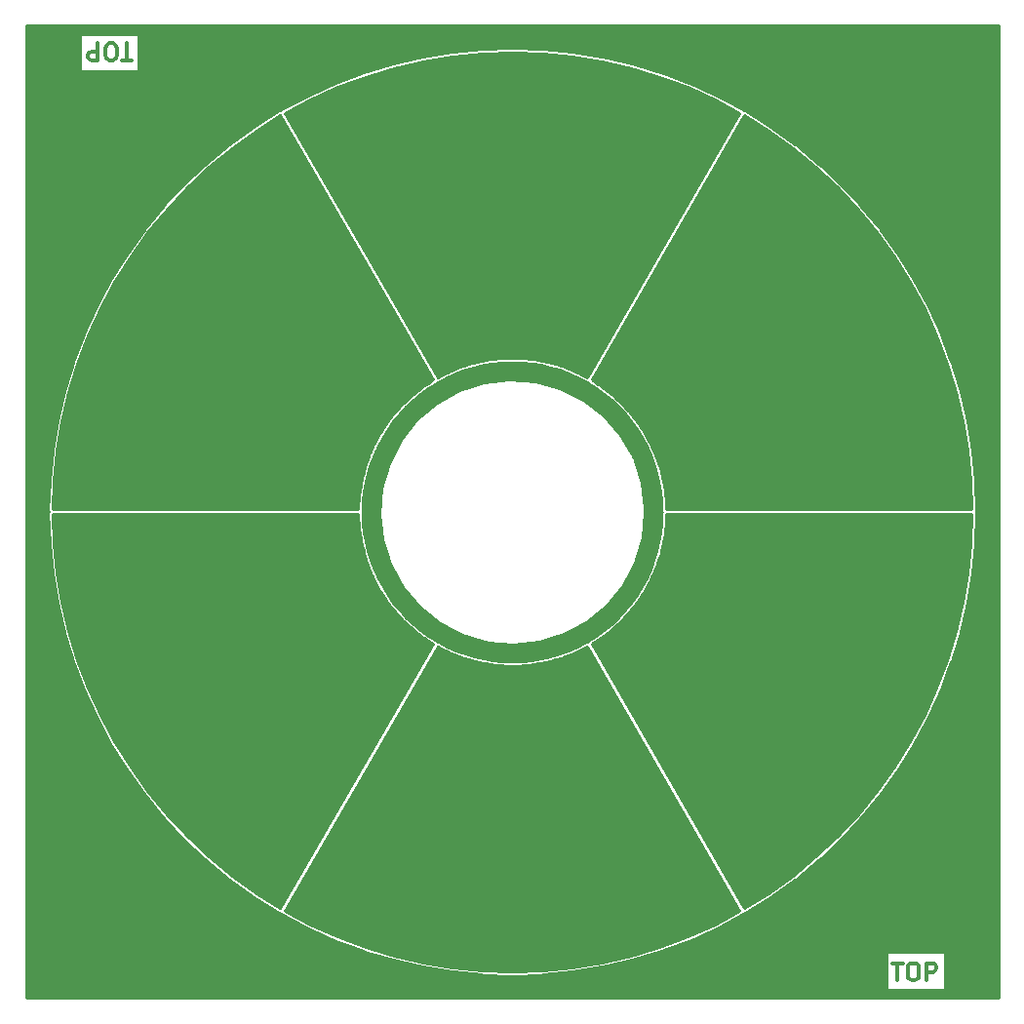
<source format=gtl>
G04 #@! TF.FileFunction,Copper,L1,Top,Signal*
%FSLAX46Y46*%
G04 Gerber Fmt 4.6, Leading zero omitted, Abs format (unit mm)*
G04 Created by KiCad (PCBNEW 4.0.2-stable) date Tue 18 Apr 2017 08:05:02 AM CEST*
%MOMM*%
G01*
G04 APERTURE LIST*
%ADD10C,0.100000*%
%ADD11C,0.300000*%
%ADD12C,4.000000*%
%ADD13C,5.000000*%
%ADD14C,0.600000*%
%ADD15C,1.600000*%
%ADD16C,0.254000*%
G04 APERTURE END LIST*
D10*
D11*
X66964286Y-60821429D02*
X66107143Y-60821429D01*
X66535714Y-59321429D02*
X66535714Y-60821429D01*
X65321429Y-60821429D02*
X65035715Y-60821429D01*
X64892857Y-60750000D01*
X64750000Y-60607143D01*
X64678572Y-60321429D01*
X64678572Y-59821429D01*
X64750000Y-59535714D01*
X64892857Y-59392857D01*
X65035715Y-59321429D01*
X65321429Y-59321429D01*
X65464286Y-59392857D01*
X65607143Y-59535714D01*
X65678572Y-59821429D01*
X65678572Y-60321429D01*
X65607143Y-60607143D01*
X65464286Y-60750000D01*
X65321429Y-60821429D01*
X64035714Y-59321429D02*
X64035714Y-60821429D01*
X63464286Y-60821429D01*
X63321428Y-60750000D01*
X63250000Y-60678571D01*
X63178571Y-60535714D01*
X63178571Y-60321429D01*
X63250000Y-60178571D01*
X63321428Y-60107143D01*
X63464286Y-60035714D01*
X64035714Y-60035714D01*
X133035714Y-139178571D02*
X133892857Y-139178571D01*
X133464286Y-140678571D02*
X133464286Y-139178571D01*
X134678571Y-139178571D02*
X134964285Y-139178571D01*
X135107143Y-139250000D01*
X135250000Y-139392857D01*
X135321428Y-139678571D01*
X135321428Y-140178571D01*
X135250000Y-140464286D01*
X135107143Y-140607143D01*
X134964285Y-140678571D01*
X134678571Y-140678571D01*
X134535714Y-140607143D01*
X134392857Y-140464286D01*
X134321428Y-140178571D01*
X134321428Y-139678571D01*
X134392857Y-139392857D01*
X134535714Y-139250000D01*
X134678571Y-139178571D01*
X135964286Y-140678571D02*
X135964286Y-139178571D01*
X136535714Y-139178571D01*
X136678572Y-139250000D01*
X136750000Y-139321429D01*
X136821429Y-139464286D01*
X136821429Y-139678571D01*
X136750000Y-139821429D01*
X136678572Y-139892857D01*
X136535714Y-139964286D01*
X135964286Y-139964286D01*
D12*
X92258330Y-119562178D03*
X87062178Y-116562178D03*
X86857695Y-83370835D03*
X92053848Y-80370835D03*
X121000000Y-97000000D03*
X121000000Y-103000000D03*
X65000000Y-135000000D03*
X135000000Y-135000000D03*
X65000000Y-65000000D03*
X135000000Y-65000000D03*
D13*
X121500000Y-62760908D03*
X137239092Y-78500000D03*
D14*
X112250000Y-100000000D03*
X112063895Y-102127190D03*
X111511235Y-104189747D03*
X110608811Y-106125000D03*
X109384044Y-107874148D03*
X107874148Y-109384044D03*
X106125000Y-110608811D03*
X104189747Y-111511235D03*
X102127190Y-112063895D03*
X100000000Y-112250000D03*
X97872810Y-112063895D03*
X95810253Y-111511235D03*
X93875000Y-110608811D03*
X92125852Y-109384044D03*
X90615956Y-107874148D03*
X89391189Y-106125000D03*
X88488765Y-104189747D03*
X87936105Y-102127190D03*
X87750000Y-100000000D03*
X87936105Y-97872810D03*
X88488765Y-95810253D03*
X89391189Y-93875000D03*
X90615956Y-92125852D03*
X92125852Y-90615956D03*
X93875000Y-89391189D03*
X95810253Y-88488765D03*
X97872810Y-87936105D03*
X100000000Y-87750000D03*
X102127190Y-87936105D03*
X104189747Y-88488765D03*
X106125000Y-89391189D03*
X107874148Y-90615956D03*
X109384044Y-92125852D03*
X110608811Y-93875000D03*
X111511235Y-95810253D03*
X112063895Y-97872810D03*
D15*
X112250000Y-100000000D02*
X112244818Y-100356288D01*
X112244818Y-100356288D02*
X112229275Y-100712274D01*
X112229275Y-100712274D02*
X112203385Y-101067658D01*
X112203385Y-101067658D02*
X112167170Y-101422138D01*
X112167170Y-101422138D02*
X112120660Y-101775415D01*
X112120660Y-101775415D02*
X112063895Y-102127190D01*
X112063895Y-102127190D02*
X111996923Y-102477165D01*
X111996923Y-102477165D02*
X111919800Y-102825044D01*
X111919800Y-102825044D02*
X111832591Y-103170533D01*
X111832591Y-103170533D02*
X111735372Y-103513340D01*
X111735372Y-103513340D02*
X111628222Y-103853173D01*
X111628222Y-103853173D02*
X111511235Y-104189747D01*
X111511235Y-104189747D02*
X111384507Y-104522775D01*
X111384507Y-104522775D02*
X111248147Y-104851977D01*
X111248147Y-104851977D02*
X111102270Y-105177074D01*
X111102270Y-105177074D02*
X110947000Y-105497790D01*
X110947000Y-105497790D02*
X110782467Y-105813855D01*
X110782467Y-105813855D02*
X110608811Y-106125000D01*
X110608811Y-106125000D02*
X110426179Y-106430963D01*
X110426179Y-106430963D02*
X110234726Y-106731485D01*
X110234726Y-106731485D02*
X110034613Y-107026311D01*
X110034613Y-107026311D02*
X109826009Y-107315193D01*
X109826009Y-107315193D02*
X109609092Y-107597885D01*
X109609092Y-107597885D02*
X109384044Y-107874148D01*
X109384044Y-107874148D02*
X109151057Y-108143749D01*
X109151057Y-108143749D02*
X108910327Y-108406460D01*
X108910327Y-108406460D02*
X108662058Y-108662058D01*
X108662058Y-108662058D02*
X108406460Y-108910327D01*
X108406460Y-108910327D02*
X108143749Y-109151057D01*
X108143749Y-109151057D02*
X107874148Y-109384044D01*
X107874148Y-109384044D02*
X107597885Y-109609092D01*
X107597885Y-109609092D02*
X107315193Y-109826009D01*
X107315193Y-109826009D02*
X107026311Y-110034613D01*
X107026311Y-110034613D02*
X106731485Y-110234726D01*
X106731485Y-110234726D02*
X106430963Y-110426179D01*
X106430963Y-110426179D02*
X106125000Y-110608811D01*
X106125000Y-110608811D02*
X105813855Y-110782467D01*
X105813855Y-110782467D02*
X105497790Y-110947000D01*
X105497790Y-110947000D02*
X105177074Y-111102270D01*
X105177074Y-111102270D02*
X104851977Y-111248147D01*
X104851977Y-111248147D02*
X104522775Y-111384507D01*
X104522775Y-111384507D02*
X104189747Y-111511235D01*
X104189747Y-111511235D02*
X103853173Y-111628222D01*
X103853173Y-111628222D02*
X103513340Y-111735372D01*
X103513340Y-111735372D02*
X103170533Y-111832591D01*
X103170533Y-111832591D02*
X102825044Y-111919800D01*
X102825044Y-111919800D02*
X102477165Y-111996923D01*
X102477165Y-111996923D02*
X102127190Y-112063895D01*
X102127190Y-112063895D02*
X101775415Y-112120660D01*
X101775415Y-112120660D02*
X101422138Y-112167170D01*
X101422138Y-112167170D02*
X101067658Y-112203385D01*
X101067658Y-112203385D02*
X100712274Y-112229275D01*
X100712274Y-112229275D02*
X100356288Y-112244818D01*
X100356288Y-112244818D02*
X100000000Y-112250000D01*
X100000000Y-112250000D02*
X99643712Y-112244818D01*
X99643712Y-112244818D02*
X99287726Y-112229275D01*
X99287726Y-112229275D02*
X98932342Y-112203385D01*
X98932342Y-112203385D02*
X98577862Y-112167170D01*
X98577862Y-112167170D02*
X98224585Y-112120660D01*
X98224585Y-112120660D02*
X97872810Y-112063895D01*
X97872810Y-112063895D02*
X97522835Y-111996923D01*
X97522835Y-111996923D02*
X97174956Y-111919800D01*
X97174956Y-111919800D02*
X96829467Y-111832591D01*
X96829467Y-111832591D02*
X96486660Y-111735372D01*
X96486660Y-111735372D02*
X96146827Y-111628222D01*
X96146827Y-111628222D02*
X95810253Y-111511235D01*
X95810253Y-111511235D02*
X95477225Y-111384507D01*
X95477225Y-111384507D02*
X95148023Y-111248147D01*
X95148023Y-111248147D02*
X94822926Y-111102270D01*
X94822926Y-111102270D02*
X94502210Y-110947000D01*
X94502210Y-110947000D02*
X94186145Y-110782467D01*
X94186145Y-110782467D02*
X93875000Y-110608811D01*
X93875000Y-110608811D02*
X93569037Y-110426179D01*
X93569037Y-110426179D02*
X93268515Y-110234726D01*
X93268515Y-110234726D02*
X92973689Y-110034613D01*
X92973689Y-110034613D02*
X92684807Y-109826009D01*
X92684807Y-109826009D02*
X92402115Y-109609092D01*
X92402115Y-109609092D02*
X92125852Y-109384044D01*
X92125852Y-109384044D02*
X91856251Y-109151057D01*
X91856251Y-109151057D02*
X91593540Y-108910327D01*
X91593540Y-108910327D02*
X91337942Y-108662058D01*
X91337942Y-108662058D02*
X91089673Y-108406460D01*
X91089673Y-108406460D02*
X90848943Y-108143749D01*
X90848943Y-108143749D02*
X90615956Y-107874148D01*
X90615956Y-107874148D02*
X90390908Y-107597885D01*
X90390908Y-107597885D02*
X90173991Y-107315193D01*
X90173991Y-107315193D02*
X89965387Y-107026311D01*
X89965387Y-107026311D02*
X89765274Y-106731485D01*
X89765274Y-106731485D02*
X89573821Y-106430963D01*
X89573821Y-106430963D02*
X89391189Y-106125000D01*
X89391189Y-106125000D02*
X89217533Y-105813855D01*
X89217533Y-105813855D02*
X89053000Y-105497790D01*
X89053000Y-105497790D02*
X88897730Y-105177074D01*
X88897730Y-105177074D02*
X88751853Y-104851977D01*
X88751853Y-104851977D02*
X88615493Y-104522775D01*
X88615493Y-104522775D02*
X88488765Y-104189747D01*
X88488765Y-104189747D02*
X88371778Y-103853173D01*
X88371778Y-103853173D02*
X88264628Y-103513340D01*
X88264628Y-103513340D02*
X88167409Y-103170533D01*
X88167409Y-103170533D02*
X88080200Y-102825044D01*
X88080200Y-102825044D02*
X88003077Y-102477165D01*
X88003077Y-102477165D02*
X87936105Y-102127190D01*
X87936105Y-102127190D02*
X87879340Y-101775415D01*
X87879340Y-101775415D02*
X87832830Y-101422138D01*
X87832830Y-101422138D02*
X87796615Y-101067658D01*
X87796615Y-101067658D02*
X87770725Y-100712274D01*
X87770725Y-100712274D02*
X87755182Y-100356288D01*
X87755182Y-100356288D02*
X87750000Y-100000000D01*
X87750000Y-100000000D02*
X87755182Y-99643712D01*
X87755182Y-99643712D02*
X87770725Y-99287726D01*
X87770725Y-99287726D02*
X87796615Y-98932342D01*
X87796615Y-98932342D02*
X87832830Y-98577862D01*
X87832830Y-98577862D02*
X87879340Y-98224585D01*
X87879340Y-98224585D02*
X87936105Y-97872810D01*
X87936105Y-97872810D02*
X88003077Y-97522835D01*
X88003077Y-97522835D02*
X88080200Y-97174956D01*
X88080200Y-97174956D02*
X88167409Y-96829467D01*
X88167409Y-96829467D02*
X88264628Y-96486660D01*
X88264628Y-96486660D02*
X88371778Y-96146827D01*
X88371778Y-96146827D02*
X88488765Y-95810253D01*
X88488765Y-95810253D02*
X88615493Y-95477225D01*
X88615493Y-95477225D02*
X88751853Y-95148023D01*
X88751853Y-95148023D02*
X88897730Y-94822926D01*
X88897730Y-94822926D02*
X89053000Y-94502210D01*
X89053000Y-94502210D02*
X89217533Y-94186145D01*
X89217533Y-94186145D02*
X89391189Y-93875000D01*
X89391189Y-93875000D02*
X89573821Y-93569037D01*
X89573821Y-93569037D02*
X89765274Y-93268515D01*
X89765274Y-93268515D02*
X89965387Y-92973689D01*
X89965387Y-92973689D02*
X90173991Y-92684807D01*
X90173991Y-92684807D02*
X90390908Y-92402115D01*
X90390908Y-92402115D02*
X90615956Y-92125852D01*
X90615956Y-92125852D02*
X90848943Y-91856251D01*
X90848943Y-91856251D02*
X91089673Y-91593540D01*
X91089673Y-91593540D02*
X91337942Y-91337942D01*
X91337942Y-91337942D02*
X91593540Y-91089673D01*
X91593540Y-91089673D02*
X91856251Y-90848943D01*
X91856251Y-90848943D02*
X92125852Y-90615956D01*
X92125852Y-90615956D02*
X92402115Y-90390908D01*
X92402115Y-90390908D02*
X92684807Y-90173991D01*
X92684807Y-90173991D02*
X92973689Y-89965387D01*
X92973689Y-89965387D02*
X93268515Y-89765274D01*
X93268515Y-89765274D02*
X93569037Y-89573821D01*
X93569037Y-89573821D02*
X93875000Y-89391189D01*
X93875000Y-89391189D02*
X94186145Y-89217533D01*
X94186145Y-89217533D02*
X94502210Y-89053000D01*
X94502210Y-89053000D02*
X94822926Y-88897730D01*
X94822926Y-88897730D02*
X95148023Y-88751853D01*
X95148023Y-88751853D02*
X95477225Y-88615493D01*
X95477225Y-88615493D02*
X95810253Y-88488765D01*
X95810253Y-88488765D02*
X96146827Y-88371778D01*
X96146827Y-88371778D02*
X96486660Y-88264628D01*
X96486660Y-88264628D02*
X96829467Y-88167409D01*
X96829467Y-88167409D02*
X97174956Y-88080200D01*
X97174956Y-88080200D02*
X97522835Y-88003077D01*
X97522835Y-88003077D02*
X97872810Y-87936105D01*
X97872810Y-87936105D02*
X98224585Y-87879340D01*
X98224585Y-87879340D02*
X98577862Y-87832830D01*
X98577862Y-87832830D02*
X98932342Y-87796615D01*
X98932342Y-87796615D02*
X99287726Y-87770725D01*
X99287726Y-87770725D02*
X99643712Y-87755182D01*
X99643712Y-87755182D02*
X100000000Y-87750000D01*
X100000000Y-87750000D02*
X100356288Y-87755182D01*
X100356288Y-87755182D02*
X100712274Y-87770725D01*
X100712274Y-87770725D02*
X101067658Y-87796615D01*
X101067658Y-87796615D02*
X101422138Y-87832830D01*
X101422138Y-87832830D02*
X101775415Y-87879340D01*
X101775415Y-87879340D02*
X102127190Y-87936105D01*
X102127190Y-87936105D02*
X102477165Y-88003077D01*
X102477165Y-88003077D02*
X102825044Y-88080200D01*
X102825044Y-88080200D02*
X103170533Y-88167409D01*
X103170533Y-88167409D02*
X103513340Y-88264628D01*
X103513340Y-88264628D02*
X103853173Y-88371778D01*
X103853173Y-88371778D02*
X104189747Y-88488765D01*
X104189747Y-88488765D02*
X104522775Y-88615493D01*
X104522775Y-88615493D02*
X104851977Y-88751853D01*
X104851977Y-88751853D02*
X105177074Y-88897730D01*
X105177074Y-88897730D02*
X105497790Y-89053000D01*
X105497790Y-89053000D02*
X105813855Y-89217533D01*
X105813855Y-89217533D02*
X106125000Y-89391189D01*
X106125000Y-89391189D02*
X106430963Y-89573821D01*
X106430963Y-89573821D02*
X106731485Y-89765274D01*
X106731485Y-89765274D02*
X107026311Y-89965387D01*
X107026311Y-89965387D02*
X107315193Y-90173991D01*
X107315193Y-90173991D02*
X107597885Y-90390908D01*
X107597885Y-90390908D02*
X107874148Y-90615956D01*
X107874148Y-90615956D02*
X108143749Y-90848943D01*
X108143749Y-90848943D02*
X108406460Y-91089673D01*
X108406460Y-91089673D02*
X108662058Y-91337942D01*
X108662058Y-91337942D02*
X108910327Y-91593540D01*
X108910327Y-91593540D02*
X109151057Y-91856251D01*
X109151057Y-91856251D02*
X109384044Y-92125852D01*
X109384044Y-92125852D02*
X109609092Y-92402115D01*
X109609092Y-92402115D02*
X109826009Y-92684807D01*
X109826009Y-92684807D02*
X110034613Y-92973689D01*
X110034613Y-92973689D02*
X110234726Y-93268515D01*
X110234726Y-93268515D02*
X110426179Y-93569037D01*
X110426179Y-93569037D02*
X110608811Y-93875000D01*
X110608811Y-93875000D02*
X110782467Y-94186145D01*
X110782467Y-94186145D02*
X110947000Y-94502210D01*
X110947000Y-94502210D02*
X111102270Y-94822926D01*
X111102270Y-94822926D02*
X111248147Y-95148023D01*
X111248147Y-95148023D02*
X111384507Y-95477225D01*
X111384507Y-95477225D02*
X111511235Y-95810253D01*
X111511235Y-95810253D02*
X111628222Y-96146827D01*
X111628222Y-96146827D02*
X111735372Y-96486660D01*
X111735372Y-96486660D02*
X111832591Y-96829467D01*
X111832591Y-96829467D02*
X111919800Y-97174956D01*
X111919800Y-97174956D02*
X111996923Y-97522835D01*
X111996923Y-97522835D02*
X112063895Y-97872810D01*
X112063895Y-97872810D02*
X112120660Y-98224585D01*
X112120660Y-98224585D02*
X112167170Y-98577862D01*
X112167170Y-98577862D02*
X112203385Y-98932342D01*
X112203385Y-98932342D02*
X112229275Y-99287726D01*
X112229275Y-99287726D02*
X112244818Y-99643712D01*
X112244818Y-99643712D02*
X112250000Y-100000000D01*
D16*
G36*
X142222500Y-142222500D02*
X57777500Y-142222500D01*
X57777500Y-99890288D01*
X59723295Y-99890288D01*
X59741988Y-100000201D01*
X59741327Y-100001245D01*
X59723295Y-100109712D01*
X59814631Y-102713143D01*
X59815851Y-102731142D01*
X60076455Y-105323108D01*
X60078843Y-105340989D01*
X60507608Y-107910494D01*
X60511155Y-107928181D01*
X61106263Y-110464329D01*
X61110954Y-110481749D01*
X61869881Y-112973782D01*
X61875695Y-112990859D01*
X62795223Y-115428207D01*
X62802137Y-115444869D01*
X63878365Y-117817196D01*
X63886349Y-117833373D01*
X65114712Y-120130615D01*
X65123732Y-120146238D01*
X66499021Y-122358653D01*
X66509039Y-122373656D01*
X68025420Y-124491860D01*
X68036393Y-124506179D01*
X69687435Y-126521187D01*
X69699317Y-126534761D01*
X71478017Y-128438028D01*
X71490757Y-128450800D01*
X73389571Y-130234253D01*
X73403115Y-130246169D01*
X75413989Y-131902243D01*
X75428281Y-131913251D01*
X77542687Y-133434923D01*
X77557664Y-133444979D01*
X79766634Y-134825794D01*
X79871167Y-134864562D01*
X79871741Y-134865656D01*
X79956661Y-134935506D01*
X82256967Y-136158122D01*
X82273164Y-136166065D01*
X84648173Y-137236359D01*
X84664853Y-137243231D01*
X87104493Y-138156662D01*
X87121584Y-138162434D01*
X89615506Y-138915129D01*
X89632937Y-138919777D01*
X92170565Y-139508543D01*
X92188261Y-139512045D01*
X94758830Y-139934385D01*
X94776717Y-139936729D01*
X97369326Y-140190852D01*
X97387328Y-140192026D01*
X99990980Y-140276853D01*
X100009020Y-140276853D01*
X102612672Y-140192026D01*
X102630674Y-140190852D01*
X105223283Y-139936729D01*
X105241170Y-139934385D01*
X107811739Y-139512045D01*
X107829435Y-139508543D01*
X110367063Y-138919777D01*
X110384494Y-138915129D01*
X112677741Y-138223000D01*
X132465857Y-138223000D01*
X132465857Y-141477000D01*
X137534143Y-141477000D01*
X137534143Y-138223000D01*
X132465857Y-138223000D01*
X112677741Y-138223000D01*
X112878416Y-138162434D01*
X112895507Y-138156662D01*
X115335147Y-137243231D01*
X115351827Y-137236359D01*
X117726836Y-136166065D01*
X117743033Y-136158122D01*
X120043339Y-134935506D01*
X120129181Y-134864361D01*
X120130414Y-134864411D01*
X120233366Y-134825794D01*
X122442336Y-133444979D01*
X122457313Y-133434923D01*
X124571719Y-131913251D01*
X124586011Y-131902243D01*
X126596885Y-130246169D01*
X126610429Y-130234253D01*
X128509243Y-128450800D01*
X128521983Y-128438028D01*
X130300683Y-126534761D01*
X130312565Y-126521187D01*
X131963607Y-124506179D01*
X131974580Y-124491860D01*
X133490961Y-122373656D01*
X133500979Y-122358653D01*
X134876268Y-120146238D01*
X134885288Y-120130615D01*
X136113651Y-117833373D01*
X136121635Y-117817196D01*
X137197863Y-115444869D01*
X137204777Y-115428207D01*
X138124305Y-112990859D01*
X138130119Y-112973782D01*
X138889046Y-110481749D01*
X138893737Y-110464329D01*
X139488845Y-107928181D01*
X139492392Y-107910494D01*
X139921157Y-105340989D01*
X139923545Y-105323108D01*
X140184149Y-102731142D01*
X140185369Y-102713143D01*
X140276705Y-100109712D01*
X140258012Y-99999799D01*
X140258673Y-99998755D01*
X140276705Y-99890288D01*
X140185369Y-97286857D01*
X140184149Y-97268858D01*
X139923545Y-94676892D01*
X139921157Y-94659011D01*
X139492392Y-92089506D01*
X139488845Y-92071819D01*
X138893737Y-89535671D01*
X138889046Y-89518251D01*
X138130119Y-87026218D01*
X138124305Y-87009141D01*
X137204777Y-84571793D01*
X137197863Y-84555131D01*
X136121635Y-82182804D01*
X136113651Y-82166627D01*
X134885288Y-79869385D01*
X134876268Y-79853762D01*
X133500979Y-77641347D01*
X133490961Y-77626344D01*
X131974580Y-75508140D01*
X131963607Y-75493821D01*
X130312565Y-73478813D01*
X130300683Y-73465239D01*
X128521983Y-71561972D01*
X128509243Y-71549200D01*
X126610429Y-69765747D01*
X126596885Y-69753831D01*
X124586011Y-68097757D01*
X124571719Y-68086749D01*
X122457313Y-66565077D01*
X122442336Y-66555021D01*
X120233366Y-65174206D01*
X120128833Y-65135438D01*
X120128259Y-65134344D01*
X120043339Y-65064494D01*
X117743033Y-63841878D01*
X117726836Y-63833935D01*
X115351827Y-62763641D01*
X115335147Y-62756769D01*
X112895507Y-61843338D01*
X112878416Y-61837566D01*
X110384494Y-61084871D01*
X110367063Y-61080223D01*
X107829435Y-60491457D01*
X107811739Y-60487955D01*
X105241170Y-60065615D01*
X105223283Y-60063271D01*
X102630674Y-59809148D01*
X102612672Y-59807974D01*
X100009020Y-59723147D01*
X99990980Y-59723147D01*
X97387328Y-59807974D01*
X97369326Y-59809148D01*
X94776717Y-60063271D01*
X94758830Y-60065615D01*
X92188261Y-60487955D01*
X92170565Y-60491457D01*
X89632937Y-61080223D01*
X89615506Y-61084871D01*
X87121584Y-61837566D01*
X87104493Y-61843338D01*
X84664853Y-62756769D01*
X84648173Y-62763641D01*
X82273164Y-63833935D01*
X82256967Y-63841878D01*
X79956661Y-65064494D01*
X79870819Y-65135639D01*
X79869586Y-65135589D01*
X79766634Y-65174206D01*
X77557664Y-66555021D01*
X77542687Y-66565077D01*
X75428281Y-68086749D01*
X75413989Y-68097757D01*
X73403115Y-69753831D01*
X73389571Y-69765747D01*
X71490757Y-71549200D01*
X71478017Y-71561972D01*
X69699317Y-73465239D01*
X69687435Y-73478813D01*
X68036393Y-75493821D01*
X68025420Y-75508140D01*
X66509039Y-77626344D01*
X66499021Y-77641347D01*
X65123732Y-79853762D01*
X65114712Y-79869385D01*
X63886349Y-82166627D01*
X63878365Y-82182804D01*
X62802137Y-84555131D01*
X62795223Y-84571793D01*
X61875695Y-87009141D01*
X61869881Y-87026218D01*
X61110954Y-89518251D01*
X61106263Y-89535671D01*
X60511155Y-92071819D01*
X60507608Y-92089506D01*
X60078843Y-94659011D01*
X60076455Y-94676892D01*
X59815851Y-97268858D01*
X59814631Y-97286857D01*
X59723295Y-99890288D01*
X57777500Y-99890288D01*
X57777500Y-58523000D01*
X62465857Y-58523000D01*
X62465857Y-61777000D01*
X67534143Y-61777000D01*
X67534143Y-58523000D01*
X62465857Y-58523000D01*
X57777500Y-58523000D01*
X57777500Y-57777500D01*
X142222500Y-57777500D01*
X142222500Y-142222500D01*
X142222500Y-142222500D01*
G37*
X142222500Y-142222500D02*
X57777500Y-142222500D01*
X57777500Y-99890288D01*
X59723295Y-99890288D01*
X59741988Y-100000201D01*
X59741327Y-100001245D01*
X59723295Y-100109712D01*
X59814631Y-102713143D01*
X59815851Y-102731142D01*
X60076455Y-105323108D01*
X60078843Y-105340989D01*
X60507608Y-107910494D01*
X60511155Y-107928181D01*
X61106263Y-110464329D01*
X61110954Y-110481749D01*
X61869881Y-112973782D01*
X61875695Y-112990859D01*
X62795223Y-115428207D01*
X62802137Y-115444869D01*
X63878365Y-117817196D01*
X63886349Y-117833373D01*
X65114712Y-120130615D01*
X65123732Y-120146238D01*
X66499021Y-122358653D01*
X66509039Y-122373656D01*
X68025420Y-124491860D01*
X68036393Y-124506179D01*
X69687435Y-126521187D01*
X69699317Y-126534761D01*
X71478017Y-128438028D01*
X71490757Y-128450800D01*
X73389571Y-130234253D01*
X73403115Y-130246169D01*
X75413989Y-131902243D01*
X75428281Y-131913251D01*
X77542687Y-133434923D01*
X77557664Y-133444979D01*
X79766634Y-134825794D01*
X79871167Y-134864562D01*
X79871741Y-134865656D01*
X79956661Y-134935506D01*
X82256967Y-136158122D01*
X82273164Y-136166065D01*
X84648173Y-137236359D01*
X84664853Y-137243231D01*
X87104493Y-138156662D01*
X87121584Y-138162434D01*
X89615506Y-138915129D01*
X89632937Y-138919777D01*
X92170565Y-139508543D01*
X92188261Y-139512045D01*
X94758830Y-139934385D01*
X94776717Y-139936729D01*
X97369326Y-140190852D01*
X97387328Y-140192026D01*
X99990980Y-140276853D01*
X100009020Y-140276853D01*
X102612672Y-140192026D01*
X102630674Y-140190852D01*
X105223283Y-139936729D01*
X105241170Y-139934385D01*
X107811739Y-139512045D01*
X107829435Y-139508543D01*
X110367063Y-138919777D01*
X110384494Y-138915129D01*
X112677741Y-138223000D01*
X132465857Y-138223000D01*
X132465857Y-141477000D01*
X137534143Y-141477000D01*
X137534143Y-138223000D01*
X132465857Y-138223000D01*
X112677741Y-138223000D01*
X112878416Y-138162434D01*
X112895507Y-138156662D01*
X115335147Y-137243231D01*
X115351827Y-137236359D01*
X117726836Y-136166065D01*
X117743033Y-136158122D01*
X120043339Y-134935506D01*
X120129181Y-134864361D01*
X120130414Y-134864411D01*
X120233366Y-134825794D01*
X122442336Y-133444979D01*
X122457313Y-133434923D01*
X124571719Y-131913251D01*
X124586011Y-131902243D01*
X126596885Y-130246169D01*
X126610429Y-130234253D01*
X128509243Y-128450800D01*
X128521983Y-128438028D01*
X130300683Y-126534761D01*
X130312565Y-126521187D01*
X131963607Y-124506179D01*
X131974580Y-124491860D01*
X133490961Y-122373656D01*
X133500979Y-122358653D01*
X134876268Y-120146238D01*
X134885288Y-120130615D01*
X136113651Y-117833373D01*
X136121635Y-117817196D01*
X137197863Y-115444869D01*
X137204777Y-115428207D01*
X138124305Y-112990859D01*
X138130119Y-112973782D01*
X138889046Y-110481749D01*
X138893737Y-110464329D01*
X139488845Y-107928181D01*
X139492392Y-107910494D01*
X139921157Y-105340989D01*
X139923545Y-105323108D01*
X140184149Y-102731142D01*
X140185369Y-102713143D01*
X140276705Y-100109712D01*
X140258012Y-99999799D01*
X140258673Y-99998755D01*
X140276705Y-99890288D01*
X140185369Y-97286857D01*
X140184149Y-97268858D01*
X139923545Y-94676892D01*
X139921157Y-94659011D01*
X139492392Y-92089506D01*
X139488845Y-92071819D01*
X138893737Y-89535671D01*
X138889046Y-89518251D01*
X138130119Y-87026218D01*
X138124305Y-87009141D01*
X137204777Y-84571793D01*
X137197863Y-84555131D01*
X136121635Y-82182804D01*
X136113651Y-82166627D01*
X134885288Y-79869385D01*
X134876268Y-79853762D01*
X133500979Y-77641347D01*
X133490961Y-77626344D01*
X131974580Y-75508140D01*
X131963607Y-75493821D01*
X130312565Y-73478813D01*
X130300683Y-73465239D01*
X128521983Y-71561972D01*
X128509243Y-71549200D01*
X126610429Y-69765747D01*
X126596885Y-69753831D01*
X124586011Y-68097757D01*
X124571719Y-68086749D01*
X122457313Y-66565077D01*
X122442336Y-66555021D01*
X120233366Y-65174206D01*
X120128833Y-65135438D01*
X120128259Y-65134344D01*
X120043339Y-65064494D01*
X117743033Y-63841878D01*
X117726836Y-63833935D01*
X115351827Y-62763641D01*
X115335147Y-62756769D01*
X112895507Y-61843338D01*
X112878416Y-61837566D01*
X110384494Y-61084871D01*
X110367063Y-61080223D01*
X107829435Y-60491457D01*
X107811739Y-60487955D01*
X105241170Y-60065615D01*
X105223283Y-60063271D01*
X102630674Y-59809148D01*
X102612672Y-59807974D01*
X100009020Y-59723147D01*
X99990980Y-59723147D01*
X97387328Y-59807974D01*
X97369326Y-59809148D01*
X94776717Y-60063271D01*
X94758830Y-60065615D01*
X92188261Y-60487955D01*
X92170565Y-60491457D01*
X89632937Y-61080223D01*
X89615506Y-61084871D01*
X87121584Y-61837566D01*
X87104493Y-61843338D01*
X84664853Y-62756769D01*
X84648173Y-62763641D01*
X82273164Y-63833935D01*
X82256967Y-63841878D01*
X79956661Y-65064494D01*
X79870819Y-65135639D01*
X79869586Y-65135589D01*
X79766634Y-65174206D01*
X77557664Y-66555021D01*
X77542687Y-66565077D01*
X75428281Y-68086749D01*
X75413989Y-68097757D01*
X73403115Y-69753831D01*
X73389571Y-69765747D01*
X71490757Y-71549200D01*
X71478017Y-71561972D01*
X69699317Y-73465239D01*
X69687435Y-73478813D01*
X68036393Y-75493821D01*
X68025420Y-75508140D01*
X66509039Y-77626344D01*
X66499021Y-77641347D01*
X65123732Y-79853762D01*
X65114712Y-79869385D01*
X63886349Y-82166627D01*
X63878365Y-82182804D01*
X62802137Y-84555131D01*
X62795223Y-84571793D01*
X61875695Y-87009141D01*
X61869881Y-87026218D01*
X61110954Y-89518251D01*
X61106263Y-89535671D01*
X60511155Y-92071819D01*
X60507608Y-92089506D01*
X60078843Y-94659011D01*
X60076455Y-94676892D01*
X59815851Y-97268858D01*
X59814631Y-97286857D01*
X59723295Y-99890288D01*
X57777500Y-99890288D01*
X57777500Y-58523000D01*
X62465857Y-58523000D01*
X62465857Y-61777000D01*
X67534143Y-61777000D01*
X67534143Y-58523000D01*
X62465857Y-58523000D01*
X57777500Y-58523000D01*
X57777500Y-57777500D01*
X142222500Y-57777500D01*
X142222500Y-142222500D01*
G36*
X100836258Y-87054126D02*
X101669022Y-87134956D01*
X102494863Y-87269302D01*
X103310317Y-87456603D01*
X104111987Y-87696076D01*
X104896579Y-87986737D01*
X105660793Y-88327365D01*
X106409366Y-88720702D01*
X106496372Y-88749314D01*
X106500180Y-88749130D01*
X106563476Y-88809677D01*
X107278400Y-89261290D01*
X107955503Y-89752808D01*
X108599513Y-90286949D01*
X109207742Y-90861483D01*
X109777680Y-91474040D01*
X110306934Y-92122050D01*
X110793334Y-92802853D01*
X111234821Y-93513569D01*
X111629586Y-94251286D01*
X111975969Y-95012900D01*
X112272533Y-95795251D01*
X112518061Y-96595131D01*
X112711508Y-97409135D01*
X112852079Y-98233913D01*
X112939195Y-99066072D01*
X112972842Y-99911025D01*
X112991567Y-100000681D01*
X112993629Y-100003886D01*
X112972842Y-100088975D01*
X112939195Y-100933928D01*
X112852079Y-101766087D01*
X112711508Y-102590865D01*
X112518061Y-103404869D01*
X112272533Y-104204749D01*
X111975969Y-104987100D01*
X111629586Y-105748714D01*
X111234821Y-106486431D01*
X110793334Y-107197147D01*
X110306934Y-107877950D01*
X109777680Y-108525960D01*
X109207742Y-109138517D01*
X108599513Y-109713051D01*
X107955503Y-110247192D01*
X107278400Y-110738710D01*
X106563476Y-111190323D01*
X106495193Y-111251367D01*
X106493449Y-111254755D01*
X106409366Y-111279298D01*
X105660793Y-111672635D01*
X104896579Y-112013263D01*
X104111987Y-112303924D01*
X103310317Y-112543397D01*
X102494863Y-112730698D01*
X101669022Y-112865044D01*
X100836258Y-112945874D01*
X100000000Y-112972856D01*
X99163742Y-112945874D01*
X98330978Y-112865044D01*
X97505137Y-112730698D01*
X96689683Y-112543397D01*
X95888013Y-112303924D01*
X95103421Y-112013263D01*
X94339207Y-111672635D01*
X93590634Y-111279298D01*
X93503628Y-111250686D01*
X93499820Y-111250870D01*
X93436524Y-111190323D01*
X92721600Y-110738710D01*
X92044497Y-110247192D01*
X91400487Y-109713051D01*
X90792258Y-109138517D01*
X90222320Y-108525960D01*
X89693066Y-107877950D01*
X89206666Y-107197147D01*
X88765179Y-106486431D01*
X88370414Y-105748714D01*
X88024031Y-104987100D01*
X87727467Y-104204749D01*
X87481939Y-103404869D01*
X87288492Y-102590865D01*
X87147921Y-101766087D01*
X87060805Y-100933928D01*
X87030025Y-100160949D01*
X88473624Y-100160949D01*
X88724404Y-102396702D01*
X89404667Y-104541165D01*
X90488504Y-106512657D01*
X91934631Y-108236084D01*
X93687965Y-109645801D01*
X95681722Y-110688112D01*
X97839962Y-111323316D01*
X100080476Y-111527219D01*
X102317926Y-111292054D01*
X104467086Y-110626777D01*
X106446096Y-109556731D01*
X108179577Y-108122671D01*
X109601500Y-106379221D01*
X110657704Y-104392789D01*
X111307961Y-102239036D01*
X111527500Y-100000000D01*
X111523006Y-99678133D01*
X111241034Y-97446100D01*
X110530895Y-95311343D01*
X109419638Y-93355176D01*
X107949589Y-91652109D01*
X106176743Y-90267010D01*
X104168627Y-89252637D01*
X102001729Y-88647629D01*
X99758586Y-88475028D01*
X97524639Y-88741410D01*
X95384977Y-89436629D01*
X93421099Y-90534202D01*
X91707810Y-91992326D01*
X90310368Y-93755459D01*
X89282002Y-95756444D01*
X88661880Y-97919066D01*
X88473624Y-100160949D01*
X87030025Y-100160949D01*
X87027158Y-100088975D01*
X87008433Y-99999319D01*
X87006371Y-99996114D01*
X87027158Y-99911025D01*
X87060805Y-99066072D01*
X87147921Y-98233913D01*
X87288492Y-97409135D01*
X87481939Y-96595131D01*
X87727467Y-95795251D01*
X88024031Y-95012900D01*
X88370414Y-94251286D01*
X88765179Y-93513569D01*
X89206666Y-92802853D01*
X89693066Y-92122050D01*
X90222320Y-91474040D01*
X90792258Y-90861483D01*
X91400487Y-90286949D01*
X92044497Y-89752808D01*
X92721600Y-89261290D01*
X93436524Y-88809677D01*
X93504807Y-88748633D01*
X93506551Y-88745245D01*
X93590634Y-88720702D01*
X94339207Y-88327365D01*
X95103421Y-87986737D01*
X95888013Y-87696076D01*
X96689683Y-87456603D01*
X97505137Y-87269302D01*
X98330978Y-87134956D01*
X99163742Y-87054126D01*
X100000000Y-87027144D01*
X100836258Y-87054126D01*
X100836258Y-87054126D01*
G37*
X100836258Y-87054126D02*
X101669022Y-87134956D01*
X102494863Y-87269302D01*
X103310317Y-87456603D01*
X104111987Y-87696076D01*
X104896579Y-87986737D01*
X105660793Y-88327365D01*
X106409366Y-88720702D01*
X106496372Y-88749314D01*
X106500180Y-88749130D01*
X106563476Y-88809677D01*
X107278400Y-89261290D01*
X107955503Y-89752808D01*
X108599513Y-90286949D01*
X109207742Y-90861483D01*
X109777680Y-91474040D01*
X110306934Y-92122050D01*
X110793334Y-92802853D01*
X111234821Y-93513569D01*
X111629586Y-94251286D01*
X111975969Y-95012900D01*
X112272533Y-95795251D01*
X112518061Y-96595131D01*
X112711508Y-97409135D01*
X112852079Y-98233913D01*
X112939195Y-99066072D01*
X112972842Y-99911025D01*
X112991567Y-100000681D01*
X112993629Y-100003886D01*
X112972842Y-100088975D01*
X112939195Y-100933928D01*
X112852079Y-101766087D01*
X112711508Y-102590865D01*
X112518061Y-103404869D01*
X112272533Y-104204749D01*
X111975969Y-104987100D01*
X111629586Y-105748714D01*
X111234821Y-106486431D01*
X110793334Y-107197147D01*
X110306934Y-107877950D01*
X109777680Y-108525960D01*
X109207742Y-109138517D01*
X108599513Y-109713051D01*
X107955503Y-110247192D01*
X107278400Y-110738710D01*
X106563476Y-111190323D01*
X106495193Y-111251367D01*
X106493449Y-111254755D01*
X106409366Y-111279298D01*
X105660793Y-111672635D01*
X104896579Y-112013263D01*
X104111987Y-112303924D01*
X103310317Y-112543397D01*
X102494863Y-112730698D01*
X101669022Y-112865044D01*
X100836258Y-112945874D01*
X100000000Y-112972856D01*
X99163742Y-112945874D01*
X98330978Y-112865044D01*
X97505137Y-112730698D01*
X96689683Y-112543397D01*
X95888013Y-112303924D01*
X95103421Y-112013263D01*
X94339207Y-111672635D01*
X93590634Y-111279298D01*
X93503628Y-111250686D01*
X93499820Y-111250870D01*
X93436524Y-111190323D01*
X92721600Y-110738710D01*
X92044497Y-110247192D01*
X91400487Y-109713051D01*
X90792258Y-109138517D01*
X90222320Y-108525960D01*
X89693066Y-107877950D01*
X89206666Y-107197147D01*
X88765179Y-106486431D01*
X88370414Y-105748714D01*
X88024031Y-104987100D01*
X87727467Y-104204749D01*
X87481939Y-103404869D01*
X87288492Y-102590865D01*
X87147921Y-101766087D01*
X87060805Y-100933928D01*
X87030025Y-100160949D01*
X88473624Y-100160949D01*
X88724404Y-102396702D01*
X89404667Y-104541165D01*
X90488504Y-106512657D01*
X91934631Y-108236084D01*
X93687965Y-109645801D01*
X95681722Y-110688112D01*
X97839962Y-111323316D01*
X100080476Y-111527219D01*
X102317926Y-111292054D01*
X104467086Y-110626777D01*
X106446096Y-109556731D01*
X108179577Y-108122671D01*
X109601500Y-106379221D01*
X110657704Y-104392789D01*
X111307961Y-102239036D01*
X111527500Y-100000000D01*
X111523006Y-99678133D01*
X111241034Y-97446100D01*
X110530895Y-95311343D01*
X109419638Y-93355176D01*
X107949589Y-91652109D01*
X106176743Y-90267010D01*
X104168627Y-89252637D01*
X102001729Y-88647629D01*
X99758586Y-88475028D01*
X97524639Y-88741410D01*
X95384977Y-89436629D01*
X93421099Y-90534202D01*
X91707810Y-91992326D01*
X90310368Y-93755459D01*
X89282002Y-95756444D01*
X88661880Y-97919066D01*
X88473624Y-100160949D01*
X87030025Y-100160949D01*
X87027158Y-100088975D01*
X87008433Y-99999319D01*
X87006371Y-99996114D01*
X87027158Y-99911025D01*
X87060805Y-99066072D01*
X87147921Y-98233913D01*
X87288492Y-97409135D01*
X87481939Y-96595131D01*
X87727467Y-95795251D01*
X88024031Y-95012900D01*
X88370414Y-94251286D01*
X88765179Y-93513569D01*
X89206666Y-92802853D01*
X89693066Y-92122050D01*
X90222320Y-91474040D01*
X90792258Y-90861483D01*
X91400487Y-90286949D01*
X92044497Y-89752808D01*
X92721600Y-89261290D01*
X93436524Y-88809677D01*
X93504807Y-88748633D01*
X93506551Y-88745245D01*
X93590634Y-88720702D01*
X94339207Y-88327365D01*
X95103421Y-87986737D01*
X95888013Y-87696076D01*
X96689683Y-87456603D01*
X97505137Y-87269302D01*
X98330978Y-87134956D01*
X99163742Y-87054126D01*
X100000000Y-87027144D01*
X100836258Y-87054126D01*
G36*
X119737583Y-134640496D02*
X117557079Y-135799438D01*
X115189612Y-136866333D01*
X112757720Y-137776863D01*
X110271728Y-138527164D01*
X107742159Y-139114060D01*
X105179747Y-139535060D01*
X102595390Y-139788374D01*
X100000000Y-139872932D01*
X97404610Y-139788374D01*
X94820253Y-139535060D01*
X92257841Y-139114060D01*
X89728272Y-138527164D01*
X87242280Y-137776863D01*
X84810388Y-136866333D01*
X82442921Y-135799438D01*
X80262417Y-134640496D01*
X93509676Y-111695564D01*
X93636898Y-111766569D01*
X93644744Y-111769992D01*
X93651848Y-111774765D01*
X93665754Y-111782128D01*
X93981819Y-111946661D01*
X93989760Y-111949853D01*
X93997001Y-111954419D01*
X94011115Y-111961374D01*
X94126288Y-112017133D01*
X94159204Y-112034429D01*
X94166574Y-112038003D01*
X94202130Y-112053851D01*
X94331831Y-112116644D01*
X94339861Y-112119604D01*
X94347230Y-112123956D01*
X94361541Y-112130498D01*
X94686638Y-112276375D01*
X94694750Y-112279100D01*
X94702243Y-112283236D01*
X94716739Y-112289359D01*
X94911430Y-112370003D01*
X94947112Y-112385907D01*
X94954697Y-112388999D01*
X94979256Y-112398097D01*
X95045941Y-112425719D01*
X95054126Y-112428206D01*
X95061737Y-112432123D01*
X95076404Y-112437822D01*
X95409432Y-112564550D01*
X95417695Y-112566800D01*
X95425416Y-112570494D01*
X95440242Y-112575764D01*
X95741337Y-112680419D01*
X95756038Y-112685865D01*
X95763806Y-112688461D01*
X95768562Y-112689882D01*
X95776817Y-112692751D01*
X95783845Y-112694447D01*
X95785652Y-112694987D01*
X95792955Y-112698223D01*
X95807928Y-112703060D01*
X96147761Y-112810210D01*
X96156139Y-112811976D01*
X96164064Y-112815215D01*
X96179172Y-112819614D01*
X96521979Y-112916833D01*
X96530403Y-112918354D01*
X96538410Y-112921358D01*
X96553639Y-112925316D01*
X96573473Y-112930323D01*
X96582617Y-112933054D01*
X96590537Y-112935144D01*
X96613153Y-112940339D01*
X96899128Y-113012525D01*
X96907595Y-113013800D01*
X96915690Y-113016572D01*
X96931028Y-113020086D01*
X97278907Y-113097208D01*
X97287404Y-113098236D01*
X97295579Y-113100772D01*
X97311013Y-113103838D01*
X97394735Y-113119859D01*
X97423412Y-113126446D01*
X97431450Y-113128021D01*
X97471051Y-113134463D01*
X97660988Y-113170810D01*
X97669512Y-113171591D01*
X97677755Y-113173887D01*
X97693272Y-113176502D01*
X98045047Y-113233267D01*
X98053589Y-113233799D01*
X98061895Y-113235855D01*
X98077481Y-113238018D01*
X98235477Y-113258819D01*
X98274925Y-113265236D01*
X98283048Y-113266290D01*
X98317985Y-113269681D01*
X98430758Y-113284528D01*
X98439309Y-113284812D01*
X98447677Y-113286626D01*
X98463320Y-113288334D01*
X98817800Y-113324549D01*
X98826359Y-113324584D01*
X98834771Y-113326153D01*
X98850456Y-113327406D01*
X99100002Y-113345586D01*
X99133613Y-113348848D01*
X99141786Y-113349376D01*
X99160176Y-113349969D01*
X99205840Y-113353296D01*
X99214396Y-113353082D01*
X99222851Y-113354406D01*
X99238566Y-113355202D01*
X99594552Y-113370745D01*
X99603098Y-113370282D01*
X99611590Y-113371360D01*
X99627322Y-113371699D01*
X99983610Y-113376881D01*
X99986582Y-113376633D01*
X99995904Y-113376934D01*
X99999978Y-113376934D01*
X100000655Y-113377000D01*
X100016390Y-113376881D01*
X100372678Y-113371699D01*
X100381184Y-113370740D01*
X100389723Y-113371322D01*
X100405448Y-113370745D01*
X100761434Y-113355202D01*
X100769905Y-113353996D01*
X100778458Y-113354330D01*
X100794160Y-113353296D01*
X100839824Y-113349969D01*
X100858214Y-113349376D01*
X100866387Y-113348848D01*
X100899998Y-113345586D01*
X101149544Y-113327406D01*
X101157977Y-113325954D01*
X101166536Y-113326039D01*
X101182200Y-113324549D01*
X101536680Y-113288334D01*
X101545069Y-113286637D01*
X101553627Y-113286473D01*
X101569242Y-113284528D01*
X101682014Y-113269681D01*
X101716952Y-113266290D01*
X101725075Y-113265236D01*
X101764526Y-113258818D01*
X101922518Y-113238018D01*
X101930854Y-113236078D01*
X101939402Y-113235665D01*
X101954953Y-113233267D01*
X102306729Y-113176502D01*
X102315006Y-113174320D01*
X102323536Y-113173659D01*
X102339012Y-113170810D01*
X102528946Y-113134464D01*
X102568550Y-113128021D01*
X102576588Y-113126446D01*
X102605268Y-113119858D01*
X102688986Y-113103838D01*
X102697195Y-113101417D01*
X102705707Y-113100507D01*
X102721093Y-113097209D01*
X103068971Y-113020086D01*
X103077112Y-113017425D01*
X103085588Y-113016269D01*
X103100872Y-113012525D01*
X103386847Y-112940339D01*
X103409463Y-112935144D01*
X103417383Y-112933054D01*
X103426527Y-112930323D01*
X103446361Y-112925316D01*
X103454414Y-112922422D01*
X103462853Y-112921020D01*
X103478021Y-112916833D01*
X103820828Y-112819614D01*
X103828798Y-112816485D01*
X103837199Y-112814837D01*
X103852239Y-112810210D01*
X104192071Y-112703060D01*
X104199939Y-112699704D01*
X104208285Y-112697813D01*
X104223184Y-112692751D01*
X104231445Y-112689880D01*
X104236194Y-112688461D01*
X104243962Y-112685865D01*
X104258655Y-112680422D01*
X104559758Y-112575763D01*
X104567531Y-112572177D01*
X104575822Y-112570043D01*
X104590568Y-112564550D01*
X104923595Y-112437822D01*
X104931259Y-112434012D01*
X104939480Y-112431639D01*
X104954059Y-112425719D01*
X105020746Y-112398097D01*
X105045303Y-112388999D01*
X105052888Y-112385907D01*
X105088565Y-112370005D01*
X105283262Y-112289359D01*
X105290810Y-112285329D01*
X105298961Y-112282717D01*
X105313362Y-112276375D01*
X105638459Y-112130498D01*
X105645888Y-112126249D01*
X105653958Y-112123402D01*
X105668169Y-112116644D01*
X105797870Y-112053851D01*
X105833426Y-112038003D01*
X105840796Y-112034429D01*
X105873712Y-112017133D01*
X105988885Y-111961374D01*
X105996189Y-111956910D01*
X106004173Y-111953829D01*
X106018181Y-111946661D01*
X106334246Y-111782128D01*
X106341415Y-111777454D01*
X106349308Y-111774142D01*
X106363101Y-111766569D01*
X106490323Y-111695564D01*
X119737583Y-134640496D01*
X119737583Y-134640496D01*
G37*
X119737583Y-134640496D02*
X117557079Y-135799438D01*
X115189612Y-136866333D01*
X112757720Y-137776863D01*
X110271728Y-138527164D01*
X107742159Y-139114060D01*
X105179747Y-139535060D01*
X102595390Y-139788374D01*
X100000000Y-139872932D01*
X97404610Y-139788374D01*
X94820253Y-139535060D01*
X92257841Y-139114060D01*
X89728272Y-138527164D01*
X87242280Y-137776863D01*
X84810388Y-136866333D01*
X82442921Y-135799438D01*
X80262417Y-134640496D01*
X93509676Y-111695564D01*
X93636898Y-111766569D01*
X93644744Y-111769992D01*
X93651848Y-111774765D01*
X93665754Y-111782128D01*
X93981819Y-111946661D01*
X93989760Y-111949853D01*
X93997001Y-111954419D01*
X94011115Y-111961374D01*
X94126288Y-112017133D01*
X94159204Y-112034429D01*
X94166574Y-112038003D01*
X94202130Y-112053851D01*
X94331831Y-112116644D01*
X94339861Y-112119604D01*
X94347230Y-112123956D01*
X94361541Y-112130498D01*
X94686638Y-112276375D01*
X94694750Y-112279100D01*
X94702243Y-112283236D01*
X94716739Y-112289359D01*
X94911430Y-112370003D01*
X94947112Y-112385907D01*
X94954697Y-112388999D01*
X94979256Y-112398097D01*
X95045941Y-112425719D01*
X95054126Y-112428206D01*
X95061737Y-112432123D01*
X95076404Y-112437822D01*
X95409432Y-112564550D01*
X95417695Y-112566800D01*
X95425416Y-112570494D01*
X95440242Y-112575764D01*
X95741337Y-112680419D01*
X95756038Y-112685865D01*
X95763806Y-112688461D01*
X95768562Y-112689882D01*
X95776817Y-112692751D01*
X95783845Y-112694447D01*
X95785652Y-112694987D01*
X95792955Y-112698223D01*
X95807928Y-112703060D01*
X96147761Y-112810210D01*
X96156139Y-112811976D01*
X96164064Y-112815215D01*
X96179172Y-112819614D01*
X96521979Y-112916833D01*
X96530403Y-112918354D01*
X96538410Y-112921358D01*
X96553639Y-112925316D01*
X96573473Y-112930323D01*
X96582617Y-112933054D01*
X96590537Y-112935144D01*
X96613153Y-112940339D01*
X96899128Y-113012525D01*
X96907595Y-113013800D01*
X96915690Y-113016572D01*
X96931028Y-113020086D01*
X97278907Y-113097208D01*
X97287404Y-113098236D01*
X97295579Y-113100772D01*
X97311013Y-113103838D01*
X97394735Y-113119859D01*
X97423412Y-113126446D01*
X97431450Y-113128021D01*
X97471051Y-113134463D01*
X97660988Y-113170810D01*
X97669512Y-113171591D01*
X97677755Y-113173887D01*
X97693272Y-113176502D01*
X98045047Y-113233267D01*
X98053589Y-113233799D01*
X98061895Y-113235855D01*
X98077481Y-113238018D01*
X98235477Y-113258819D01*
X98274925Y-113265236D01*
X98283048Y-113266290D01*
X98317985Y-113269681D01*
X98430758Y-113284528D01*
X98439309Y-113284812D01*
X98447677Y-113286626D01*
X98463320Y-113288334D01*
X98817800Y-113324549D01*
X98826359Y-113324584D01*
X98834771Y-113326153D01*
X98850456Y-113327406D01*
X99100002Y-113345586D01*
X99133613Y-113348848D01*
X99141786Y-113349376D01*
X99160176Y-113349969D01*
X99205840Y-113353296D01*
X99214396Y-113353082D01*
X99222851Y-113354406D01*
X99238566Y-113355202D01*
X99594552Y-113370745D01*
X99603098Y-113370282D01*
X99611590Y-113371360D01*
X99627322Y-113371699D01*
X99983610Y-113376881D01*
X99986582Y-113376633D01*
X99995904Y-113376934D01*
X99999978Y-113376934D01*
X100000655Y-113377000D01*
X100016390Y-113376881D01*
X100372678Y-113371699D01*
X100381184Y-113370740D01*
X100389723Y-113371322D01*
X100405448Y-113370745D01*
X100761434Y-113355202D01*
X100769905Y-113353996D01*
X100778458Y-113354330D01*
X100794160Y-113353296D01*
X100839824Y-113349969D01*
X100858214Y-113349376D01*
X100866387Y-113348848D01*
X100899998Y-113345586D01*
X101149544Y-113327406D01*
X101157977Y-113325954D01*
X101166536Y-113326039D01*
X101182200Y-113324549D01*
X101536680Y-113288334D01*
X101545069Y-113286637D01*
X101553627Y-113286473D01*
X101569242Y-113284528D01*
X101682014Y-113269681D01*
X101716952Y-113266290D01*
X101725075Y-113265236D01*
X101764526Y-113258818D01*
X101922518Y-113238018D01*
X101930854Y-113236078D01*
X101939402Y-113235665D01*
X101954953Y-113233267D01*
X102306729Y-113176502D01*
X102315006Y-113174320D01*
X102323536Y-113173659D01*
X102339012Y-113170810D01*
X102528946Y-113134464D01*
X102568550Y-113128021D01*
X102576588Y-113126446D01*
X102605268Y-113119858D01*
X102688986Y-113103838D01*
X102697195Y-113101417D01*
X102705707Y-113100507D01*
X102721093Y-113097209D01*
X103068971Y-113020086D01*
X103077112Y-113017425D01*
X103085588Y-113016269D01*
X103100872Y-113012525D01*
X103386847Y-112940339D01*
X103409463Y-112935144D01*
X103417383Y-112933054D01*
X103426527Y-112930323D01*
X103446361Y-112925316D01*
X103454414Y-112922422D01*
X103462853Y-112921020D01*
X103478021Y-112916833D01*
X103820828Y-112819614D01*
X103828798Y-112816485D01*
X103837199Y-112814837D01*
X103852239Y-112810210D01*
X104192071Y-112703060D01*
X104199939Y-112699704D01*
X104208285Y-112697813D01*
X104223184Y-112692751D01*
X104231445Y-112689880D01*
X104236194Y-112688461D01*
X104243962Y-112685865D01*
X104258655Y-112680422D01*
X104559758Y-112575763D01*
X104567531Y-112572177D01*
X104575822Y-112570043D01*
X104590568Y-112564550D01*
X104923595Y-112437822D01*
X104931259Y-112434012D01*
X104939480Y-112431639D01*
X104954059Y-112425719D01*
X105020746Y-112398097D01*
X105045303Y-112388999D01*
X105052888Y-112385907D01*
X105088565Y-112370005D01*
X105283262Y-112289359D01*
X105290810Y-112285329D01*
X105298961Y-112282717D01*
X105313362Y-112276375D01*
X105638459Y-112130498D01*
X105645888Y-112126249D01*
X105653958Y-112123402D01*
X105668169Y-112116644D01*
X105797870Y-112053851D01*
X105833426Y-112038003D01*
X105840796Y-112034429D01*
X105873712Y-112017133D01*
X105988885Y-111961374D01*
X105996189Y-111956910D01*
X106004173Y-111953829D01*
X106018181Y-111946661D01*
X106334246Y-111782128D01*
X106341415Y-111777454D01*
X106349308Y-111774142D01*
X106363101Y-111766569D01*
X106490323Y-111695564D01*
X119737583Y-134640496D01*
G36*
X86628301Y-100372678D02*
X86629260Y-100381184D01*
X86628678Y-100389723D01*
X86629255Y-100405448D01*
X86644798Y-100761434D01*
X86646004Y-100769905D01*
X86645670Y-100778458D01*
X86646704Y-100794160D01*
X86656002Y-100921785D01*
X86657481Y-100958936D01*
X86658070Y-100967106D01*
X86662125Y-101005844D01*
X86672594Y-101149544D01*
X86674046Y-101157977D01*
X86673961Y-101166536D01*
X86675451Y-101182200D01*
X86711666Y-101536680D01*
X86713363Y-101545069D01*
X86713527Y-101553627D01*
X86715472Y-101569242D01*
X86742975Y-101778148D01*
X86747045Y-101817024D01*
X86748160Y-101825139D01*
X86752562Y-101850969D01*
X86761982Y-101922518D01*
X86763922Y-101930854D01*
X86764335Y-101939402D01*
X86766733Y-101954953D01*
X86823498Y-102306729D01*
X86825680Y-102315006D01*
X86826341Y-102323536D01*
X86829190Y-102339012D01*
X86889101Y-102652086D01*
X86891737Y-102667554D01*
X86893373Y-102675580D01*
X86894521Y-102680411D01*
X86896162Y-102688986D01*
X86898206Y-102695917D01*
X86898643Y-102697755D01*
X86899493Y-102705707D01*
X86902791Y-102721093D01*
X86979914Y-103068971D01*
X86982575Y-103077112D01*
X86983731Y-103085588D01*
X86987475Y-103100872D01*
X87074684Y-103446361D01*
X87077578Y-103454414D01*
X87078980Y-103462853D01*
X87083167Y-103478021D01*
X87088754Y-103497723D01*
X87090956Y-103506987D01*
X87093106Y-103514890D01*
X87099899Y-103537020D01*
X87180386Y-103820828D01*
X87183515Y-103828798D01*
X87185163Y-103837199D01*
X87189790Y-103852239D01*
X87296940Y-104192071D01*
X87300296Y-104199939D01*
X87302187Y-104208285D01*
X87307249Y-104223184D01*
X87335240Y-104303714D01*
X87343871Y-104331832D01*
X87346526Y-104339581D01*
X87360743Y-104377087D01*
X87424237Y-104559758D01*
X87427823Y-104567531D01*
X87429957Y-104575822D01*
X87435450Y-104590568D01*
X87562178Y-104923595D01*
X87565988Y-104931259D01*
X87568361Y-104939480D01*
X87574281Y-104954059D01*
X87635262Y-105101281D01*
X87649431Y-105138659D01*
X87652580Y-105146220D01*
X87667107Y-105178162D01*
X87710641Y-105283262D01*
X87714671Y-105290810D01*
X87717283Y-105298961D01*
X87723625Y-105313362D01*
X87869502Y-105638459D01*
X87873751Y-105645888D01*
X87876598Y-105653958D01*
X87883356Y-105668169D01*
X87992394Y-105893391D01*
X88006365Y-105924110D01*
X88009994Y-105931453D01*
X88018676Y-105947677D01*
X88038626Y-105988885D01*
X88043090Y-105996189D01*
X88046171Y-106004173D01*
X88053339Y-106018181D01*
X88217872Y-106334246D01*
X88222546Y-106341415D01*
X88225858Y-106349308D01*
X88233431Y-106363101D01*
X88407087Y-106674246D01*
X88408781Y-106676686D01*
X88413187Y-106684920D01*
X88415230Y-106688459D01*
X88415507Y-106689068D01*
X88423477Y-106702636D01*
X88606109Y-107008598D01*
X88611191Y-107015483D01*
X88614956Y-107023168D01*
X88623318Y-107036498D01*
X88814771Y-107337020D01*
X88820052Y-107343755D01*
X88824040Y-107351330D01*
X88832786Y-107364411D01*
X88858504Y-107402301D01*
X88868208Y-107417923D01*
X88872752Y-107424737D01*
X88892369Y-107452194D01*
X89032899Y-107659237D01*
X89038373Y-107665815D01*
X89042579Y-107673269D01*
X89051702Y-107686090D01*
X89260306Y-107974972D01*
X89265970Y-107981389D01*
X89270390Y-107988716D01*
X89279881Y-108001267D01*
X89349141Y-108091528D01*
X89369532Y-108120069D01*
X89374506Y-108126577D01*
X89399780Y-108157522D01*
X89496798Y-108283958D01*
X89502646Y-108290207D01*
X89507280Y-108297407D01*
X89517133Y-108309676D01*
X89742180Y-108585938D01*
X89748208Y-108592016D01*
X89753046Y-108599072D01*
X89763251Y-108611049D01*
X89889673Y-108757339D01*
X89915075Y-108788440D01*
X89920458Y-108794614D01*
X89940524Y-108816181D01*
X89996238Y-108880650D01*
X90002441Y-108886550D01*
X90007482Y-108893463D01*
X90018031Y-108905139D01*
X90258761Y-109167850D01*
X90265132Y-109173567D01*
X90270373Y-109180331D01*
X90281258Y-109191695D01*
X90486770Y-109403275D01*
X90502568Y-109420254D01*
X90508338Y-109426067D01*
X90515257Y-109432603D01*
X90529526Y-109447293D01*
X90536064Y-109452824D01*
X90541497Y-109459431D01*
X90552707Y-109470473D01*
X90808305Y-109718742D01*
X90815000Y-109724080D01*
X90820624Y-109730527D01*
X90832150Y-109741239D01*
X91094862Y-109981969D01*
X91101707Y-109987108D01*
X91107517Y-109993390D01*
X91119350Y-110003762D01*
X91125966Y-110009480D01*
X91129567Y-110012881D01*
X91135700Y-110018311D01*
X91147756Y-110028310D01*
X91388951Y-110236749D01*
X91395940Y-110241685D01*
X91401931Y-110247796D01*
X91414061Y-110257819D01*
X91690324Y-110482867D01*
X91697460Y-110487602D01*
X91703625Y-110493535D01*
X91716041Y-110503202D01*
X91773334Y-110547165D01*
X91793464Y-110563860D01*
X91799934Y-110568883D01*
X91831520Y-110591812D01*
X91998733Y-110720118D01*
X92005997Y-110724640D01*
X92012335Y-110730393D01*
X92025028Y-110739694D01*
X92313909Y-110948298D01*
X92321308Y-110952610D01*
X92327806Y-110958173D01*
X92340763Y-110967101D01*
X92460002Y-111048035D01*
X92491497Y-111070897D01*
X92498277Y-111075493D01*
X92529717Y-111095354D01*
X92635589Y-111167214D01*
X92643107Y-111171307D01*
X92649768Y-111176682D01*
X92662980Y-111185229D01*
X92963501Y-111376682D01*
X92971138Y-111380556D01*
X92977947Y-111385731D01*
X92991401Y-111393891D01*
X93116506Y-111468567D01*
X79869242Y-134413497D01*
X77775317Y-133104596D01*
X75667635Y-131587763D01*
X73663135Y-129936938D01*
X71770363Y-128159161D01*
X69997301Y-126261927D01*
X68351512Y-124253329D01*
X66839950Y-122141857D01*
X65469031Y-119936471D01*
X64244564Y-117646515D01*
X63171759Y-115281734D01*
X62255150Y-112852124D01*
X61498636Y-110368015D01*
X60905416Y-107839912D01*
X60478014Y-105278576D01*
X60218238Y-102694843D01*
X60131659Y-100227000D01*
X86626182Y-100226997D01*
X86628301Y-100372678D01*
X86628301Y-100372678D01*
G37*
X86628301Y-100372678D02*
X86629260Y-100381184D01*
X86628678Y-100389723D01*
X86629255Y-100405448D01*
X86644798Y-100761434D01*
X86646004Y-100769905D01*
X86645670Y-100778458D01*
X86646704Y-100794160D01*
X86656002Y-100921785D01*
X86657481Y-100958936D01*
X86658070Y-100967106D01*
X86662125Y-101005844D01*
X86672594Y-101149544D01*
X86674046Y-101157977D01*
X86673961Y-101166536D01*
X86675451Y-101182200D01*
X86711666Y-101536680D01*
X86713363Y-101545069D01*
X86713527Y-101553627D01*
X86715472Y-101569242D01*
X86742975Y-101778148D01*
X86747045Y-101817024D01*
X86748160Y-101825139D01*
X86752562Y-101850969D01*
X86761982Y-101922518D01*
X86763922Y-101930854D01*
X86764335Y-101939402D01*
X86766733Y-101954953D01*
X86823498Y-102306729D01*
X86825680Y-102315006D01*
X86826341Y-102323536D01*
X86829190Y-102339012D01*
X86889101Y-102652086D01*
X86891737Y-102667554D01*
X86893373Y-102675580D01*
X86894521Y-102680411D01*
X86896162Y-102688986D01*
X86898206Y-102695917D01*
X86898643Y-102697755D01*
X86899493Y-102705707D01*
X86902791Y-102721093D01*
X86979914Y-103068971D01*
X86982575Y-103077112D01*
X86983731Y-103085588D01*
X86987475Y-103100872D01*
X87074684Y-103446361D01*
X87077578Y-103454414D01*
X87078980Y-103462853D01*
X87083167Y-103478021D01*
X87088754Y-103497723D01*
X87090956Y-103506987D01*
X87093106Y-103514890D01*
X87099899Y-103537020D01*
X87180386Y-103820828D01*
X87183515Y-103828798D01*
X87185163Y-103837199D01*
X87189790Y-103852239D01*
X87296940Y-104192071D01*
X87300296Y-104199939D01*
X87302187Y-104208285D01*
X87307249Y-104223184D01*
X87335240Y-104303714D01*
X87343871Y-104331832D01*
X87346526Y-104339581D01*
X87360743Y-104377087D01*
X87424237Y-104559758D01*
X87427823Y-104567531D01*
X87429957Y-104575822D01*
X87435450Y-104590568D01*
X87562178Y-104923595D01*
X87565988Y-104931259D01*
X87568361Y-104939480D01*
X87574281Y-104954059D01*
X87635262Y-105101281D01*
X87649431Y-105138659D01*
X87652580Y-105146220D01*
X87667107Y-105178162D01*
X87710641Y-105283262D01*
X87714671Y-105290810D01*
X87717283Y-105298961D01*
X87723625Y-105313362D01*
X87869502Y-105638459D01*
X87873751Y-105645888D01*
X87876598Y-105653958D01*
X87883356Y-105668169D01*
X87992394Y-105893391D01*
X88006365Y-105924110D01*
X88009994Y-105931453D01*
X88018676Y-105947677D01*
X88038626Y-105988885D01*
X88043090Y-105996189D01*
X88046171Y-106004173D01*
X88053339Y-106018181D01*
X88217872Y-106334246D01*
X88222546Y-106341415D01*
X88225858Y-106349308D01*
X88233431Y-106363101D01*
X88407087Y-106674246D01*
X88408781Y-106676686D01*
X88413187Y-106684920D01*
X88415230Y-106688459D01*
X88415507Y-106689068D01*
X88423477Y-106702636D01*
X88606109Y-107008598D01*
X88611191Y-107015483D01*
X88614956Y-107023168D01*
X88623318Y-107036498D01*
X88814771Y-107337020D01*
X88820052Y-107343755D01*
X88824040Y-107351330D01*
X88832786Y-107364411D01*
X88858504Y-107402301D01*
X88868208Y-107417923D01*
X88872752Y-107424737D01*
X88892369Y-107452194D01*
X89032899Y-107659237D01*
X89038373Y-107665815D01*
X89042579Y-107673269D01*
X89051702Y-107686090D01*
X89260306Y-107974972D01*
X89265970Y-107981389D01*
X89270390Y-107988716D01*
X89279881Y-108001267D01*
X89349141Y-108091528D01*
X89369532Y-108120069D01*
X89374506Y-108126577D01*
X89399780Y-108157522D01*
X89496798Y-108283958D01*
X89502646Y-108290207D01*
X89507280Y-108297407D01*
X89517133Y-108309676D01*
X89742180Y-108585938D01*
X89748208Y-108592016D01*
X89753046Y-108599072D01*
X89763251Y-108611049D01*
X89889673Y-108757339D01*
X89915075Y-108788440D01*
X89920458Y-108794614D01*
X89940524Y-108816181D01*
X89996238Y-108880650D01*
X90002441Y-108886550D01*
X90007482Y-108893463D01*
X90018031Y-108905139D01*
X90258761Y-109167850D01*
X90265132Y-109173567D01*
X90270373Y-109180331D01*
X90281258Y-109191695D01*
X90486770Y-109403275D01*
X90502568Y-109420254D01*
X90508338Y-109426067D01*
X90515257Y-109432603D01*
X90529526Y-109447293D01*
X90536064Y-109452824D01*
X90541497Y-109459431D01*
X90552707Y-109470473D01*
X90808305Y-109718742D01*
X90815000Y-109724080D01*
X90820624Y-109730527D01*
X90832150Y-109741239D01*
X91094862Y-109981969D01*
X91101707Y-109987108D01*
X91107517Y-109993390D01*
X91119350Y-110003762D01*
X91125966Y-110009480D01*
X91129567Y-110012881D01*
X91135700Y-110018311D01*
X91147756Y-110028310D01*
X91388951Y-110236749D01*
X91395940Y-110241685D01*
X91401931Y-110247796D01*
X91414061Y-110257819D01*
X91690324Y-110482867D01*
X91697460Y-110487602D01*
X91703625Y-110493535D01*
X91716041Y-110503202D01*
X91773334Y-110547165D01*
X91793464Y-110563860D01*
X91799934Y-110568883D01*
X91831520Y-110591812D01*
X91998733Y-110720118D01*
X92005997Y-110724640D01*
X92012335Y-110730393D01*
X92025028Y-110739694D01*
X92313909Y-110948298D01*
X92321308Y-110952610D01*
X92327806Y-110958173D01*
X92340763Y-110967101D01*
X92460002Y-111048035D01*
X92491497Y-111070897D01*
X92498277Y-111075493D01*
X92529717Y-111095354D01*
X92635589Y-111167214D01*
X92643107Y-111171307D01*
X92649768Y-111176682D01*
X92662980Y-111185229D01*
X92963501Y-111376682D01*
X92971138Y-111380556D01*
X92977947Y-111385731D01*
X92991401Y-111393891D01*
X93116506Y-111468567D01*
X79869242Y-134413497D01*
X77775317Y-133104596D01*
X75667635Y-131587763D01*
X73663135Y-129936938D01*
X71770363Y-128159161D01*
X69997301Y-126261927D01*
X68351512Y-124253329D01*
X66839950Y-122141857D01*
X65469031Y-119936471D01*
X64244564Y-117646515D01*
X63171759Y-115281734D01*
X62255150Y-112852124D01*
X61498636Y-110368015D01*
X60905416Y-107839912D01*
X60478014Y-105278576D01*
X60218238Y-102694843D01*
X60131659Y-100227000D01*
X86626182Y-100226997D01*
X86628301Y-100372678D01*
G36*
X93116506Y-88531433D02*
X92991401Y-88606109D01*
X92984516Y-88611191D01*
X92976831Y-88614956D01*
X92963501Y-88623318D01*
X92662980Y-88814771D01*
X92656245Y-88820052D01*
X92648670Y-88824040D01*
X92635589Y-88832786D01*
X92529717Y-88904646D01*
X92498277Y-88924507D01*
X92491497Y-88929103D01*
X92460002Y-88951965D01*
X92340763Y-89032899D01*
X92334181Y-89038376D01*
X92326731Y-89042580D01*
X92313909Y-89051702D01*
X92025028Y-89260306D01*
X92018613Y-89265968D01*
X92011283Y-89270390D01*
X91998733Y-89279882D01*
X91831520Y-89408188D01*
X91799934Y-89431117D01*
X91793464Y-89436140D01*
X91773334Y-89452835D01*
X91716041Y-89496798D01*
X91709790Y-89502648D01*
X91702593Y-89507280D01*
X91690324Y-89517133D01*
X91414061Y-89742181D01*
X91407984Y-89748208D01*
X91400928Y-89753046D01*
X91388951Y-89763251D01*
X91147756Y-89971690D01*
X91135700Y-89981689D01*
X91129567Y-89987119D01*
X91125966Y-89990520D01*
X91119350Y-89996238D01*
X91114368Y-90001476D01*
X91113000Y-90002769D01*
X91106537Y-90007481D01*
X91094862Y-90018031D01*
X90832150Y-90258761D01*
X90826433Y-90265133D01*
X90819668Y-90270374D01*
X90808305Y-90281258D01*
X90552707Y-90529527D01*
X90547178Y-90536062D01*
X90540569Y-90541497D01*
X90529526Y-90552707D01*
X90515257Y-90567397D01*
X90508338Y-90573933D01*
X90502568Y-90579746D01*
X90486770Y-90596725D01*
X90281258Y-90808305D01*
X90275922Y-90814997D01*
X90269473Y-90820623D01*
X90258761Y-90832150D01*
X90018031Y-91094861D01*
X90012892Y-91101706D01*
X90006609Y-91107517D01*
X89996238Y-91119350D01*
X89940524Y-91183819D01*
X89920458Y-91205386D01*
X89915075Y-91211560D01*
X89889673Y-91242661D01*
X89763251Y-91388951D01*
X89758312Y-91395943D01*
X89752204Y-91401932D01*
X89742180Y-91414062D01*
X89517133Y-91690324D01*
X89512400Y-91697456D01*
X89506464Y-91703625D01*
X89496798Y-91716042D01*
X89399780Y-91842478D01*
X89374506Y-91873423D01*
X89369532Y-91879931D01*
X89349141Y-91908472D01*
X89279881Y-91998733D01*
X89275355Y-92006004D01*
X89269607Y-92012336D01*
X89260306Y-92025028D01*
X89051702Y-92313910D01*
X89047392Y-92321306D01*
X89041827Y-92327806D01*
X89032899Y-92340763D01*
X88892369Y-92547806D01*
X88872752Y-92575263D01*
X88868208Y-92582077D01*
X88858504Y-92597699D01*
X88832786Y-92635589D01*
X88828693Y-92643107D01*
X88823318Y-92649768D01*
X88814771Y-92662980D01*
X88623318Y-92963502D01*
X88619447Y-92971132D01*
X88614268Y-92977947D01*
X88606109Y-92991402D01*
X88423477Y-93297364D01*
X88422206Y-93300061D01*
X88417283Y-93307986D01*
X88415244Y-93311517D01*
X88414851Y-93312067D01*
X88407087Y-93325754D01*
X88233431Y-93636899D01*
X88230010Y-93644742D01*
X88225235Y-93651848D01*
X88217872Y-93665754D01*
X88053339Y-93981819D01*
X88050147Y-93989760D01*
X88045581Y-93997001D01*
X88038626Y-94011115D01*
X88018676Y-94052323D01*
X88009994Y-94068547D01*
X88006365Y-94075890D01*
X87992394Y-94106609D01*
X87883356Y-94331831D01*
X87880396Y-94339861D01*
X87876044Y-94347230D01*
X87869502Y-94361541D01*
X87723625Y-94686638D01*
X87720900Y-94694750D01*
X87716764Y-94702243D01*
X87710641Y-94716738D01*
X87667107Y-94821838D01*
X87652580Y-94853780D01*
X87649431Y-94861341D01*
X87635262Y-94898719D01*
X87574281Y-95045941D01*
X87571794Y-95054128D01*
X87567877Y-95061738D01*
X87562178Y-95076405D01*
X87435450Y-95409432D01*
X87433201Y-95417692D01*
X87429506Y-95425415D01*
X87424237Y-95440242D01*
X87360743Y-95622913D01*
X87346526Y-95660419D01*
X87343871Y-95668168D01*
X87335240Y-95696286D01*
X87307249Y-95776816D01*
X87305242Y-95785134D01*
X87301776Y-95792955D01*
X87296940Y-95807929D01*
X87189790Y-96147761D01*
X87188024Y-96156139D01*
X87184785Y-96164064D01*
X87180386Y-96179172D01*
X87099899Y-96462980D01*
X87093106Y-96485110D01*
X87090956Y-96493013D01*
X87088754Y-96502277D01*
X87083167Y-96521979D01*
X87081647Y-96530402D01*
X87078642Y-96538409D01*
X87074684Y-96553639D01*
X86987475Y-96899128D01*
X86986200Y-96907590D01*
X86983427Y-96915690D01*
X86979914Y-96931029D01*
X86902791Y-97278907D01*
X86901762Y-97287411D01*
X86899228Y-97295580D01*
X86896162Y-97311014D01*
X86894521Y-97319589D01*
X86893373Y-97324420D01*
X86891737Y-97332446D01*
X86889101Y-97347914D01*
X86829190Y-97660988D01*
X86828409Y-97669512D01*
X86826113Y-97677755D01*
X86823498Y-97693271D01*
X86766733Y-98045047D01*
X86766201Y-98053590D01*
X86764145Y-98061896D01*
X86761982Y-98077482D01*
X86752562Y-98149031D01*
X86748160Y-98174861D01*
X86747045Y-98182976D01*
X86742975Y-98221852D01*
X86715472Y-98430758D01*
X86715188Y-98439309D01*
X86713374Y-98447677D01*
X86711666Y-98463320D01*
X86675451Y-98817800D01*
X86675416Y-98826359D01*
X86673847Y-98834771D01*
X86672594Y-98850456D01*
X86662125Y-98994156D01*
X86658070Y-99032894D01*
X86657481Y-99041064D01*
X86656002Y-99078215D01*
X86646704Y-99205840D01*
X86646918Y-99214396D01*
X86645594Y-99222851D01*
X86644798Y-99238566D01*
X86629255Y-99594552D01*
X86629718Y-99603098D01*
X86628640Y-99611590D01*
X86628301Y-99627322D01*
X86626182Y-99773003D01*
X60131659Y-99773000D01*
X60218238Y-97305157D01*
X60478014Y-94721424D01*
X60905416Y-92160088D01*
X61498636Y-89631985D01*
X62255150Y-87147876D01*
X63171759Y-84718266D01*
X64244564Y-82353485D01*
X65469031Y-80063529D01*
X66839950Y-77858143D01*
X68351512Y-75746671D01*
X69997301Y-73738073D01*
X71770363Y-71840839D01*
X73663135Y-70063062D01*
X75667635Y-68412237D01*
X77775317Y-66895404D01*
X79869242Y-65586503D01*
X93116506Y-88531433D01*
X93116506Y-88531433D01*
G37*
X93116506Y-88531433D02*
X92991401Y-88606109D01*
X92984516Y-88611191D01*
X92976831Y-88614956D01*
X92963501Y-88623318D01*
X92662980Y-88814771D01*
X92656245Y-88820052D01*
X92648670Y-88824040D01*
X92635589Y-88832786D01*
X92529717Y-88904646D01*
X92498277Y-88924507D01*
X92491497Y-88929103D01*
X92460002Y-88951965D01*
X92340763Y-89032899D01*
X92334181Y-89038376D01*
X92326731Y-89042580D01*
X92313909Y-89051702D01*
X92025028Y-89260306D01*
X92018613Y-89265968D01*
X92011283Y-89270390D01*
X91998733Y-89279882D01*
X91831520Y-89408188D01*
X91799934Y-89431117D01*
X91793464Y-89436140D01*
X91773334Y-89452835D01*
X91716041Y-89496798D01*
X91709790Y-89502648D01*
X91702593Y-89507280D01*
X91690324Y-89517133D01*
X91414061Y-89742181D01*
X91407984Y-89748208D01*
X91400928Y-89753046D01*
X91388951Y-89763251D01*
X91147756Y-89971690D01*
X91135700Y-89981689D01*
X91129567Y-89987119D01*
X91125966Y-89990520D01*
X91119350Y-89996238D01*
X91114368Y-90001476D01*
X91113000Y-90002769D01*
X91106537Y-90007481D01*
X91094862Y-90018031D01*
X90832150Y-90258761D01*
X90826433Y-90265133D01*
X90819668Y-90270374D01*
X90808305Y-90281258D01*
X90552707Y-90529527D01*
X90547178Y-90536062D01*
X90540569Y-90541497D01*
X90529526Y-90552707D01*
X90515257Y-90567397D01*
X90508338Y-90573933D01*
X90502568Y-90579746D01*
X90486770Y-90596725D01*
X90281258Y-90808305D01*
X90275922Y-90814997D01*
X90269473Y-90820623D01*
X90258761Y-90832150D01*
X90018031Y-91094861D01*
X90012892Y-91101706D01*
X90006609Y-91107517D01*
X89996238Y-91119350D01*
X89940524Y-91183819D01*
X89920458Y-91205386D01*
X89915075Y-91211560D01*
X89889673Y-91242661D01*
X89763251Y-91388951D01*
X89758312Y-91395943D01*
X89752204Y-91401932D01*
X89742180Y-91414062D01*
X89517133Y-91690324D01*
X89512400Y-91697456D01*
X89506464Y-91703625D01*
X89496798Y-91716042D01*
X89399780Y-91842478D01*
X89374506Y-91873423D01*
X89369532Y-91879931D01*
X89349141Y-91908472D01*
X89279881Y-91998733D01*
X89275355Y-92006004D01*
X89269607Y-92012336D01*
X89260306Y-92025028D01*
X89051702Y-92313910D01*
X89047392Y-92321306D01*
X89041827Y-92327806D01*
X89032899Y-92340763D01*
X88892369Y-92547806D01*
X88872752Y-92575263D01*
X88868208Y-92582077D01*
X88858504Y-92597699D01*
X88832786Y-92635589D01*
X88828693Y-92643107D01*
X88823318Y-92649768D01*
X88814771Y-92662980D01*
X88623318Y-92963502D01*
X88619447Y-92971132D01*
X88614268Y-92977947D01*
X88606109Y-92991402D01*
X88423477Y-93297364D01*
X88422206Y-93300061D01*
X88417283Y-93307986D01*
X88415244Y-93311517D01*
X88414851Y-93312067D01*
X88407087Y-93325754D01*
X88233431Y-93636899D01*
X88230010Y-93644742D01*
X88225235Y-93651848D01*
X88217872Y-93665754D01*
X88053339Y-93981819D01*
X88050147Y-93989760D01*
X88045581Y-93997001D01*
X88038626Y-94011115D01*
X88018676Y-94052323D01*
X88009994Y-94068547D01*
X88006365Y-94075890D01*
X87992394Y-94106609D01*
X87883356Y-94331831D01*
X87880396Y-94339861D01*
X87876044Y-94347230D01*
X87869502Y-94361541D01*
X87723625Y-94686638D01*
X87720900Y-94694750D01*
X87716764Y-94702243D01*
X87710641Y-94716738D01*
X87667107Y-94821838D01*
X87652580Y-94853780D01*
X87649431Y-94861341D01*
X87635262Y-94898719D01*
X87574281Y-95045941D01*
X87571794Y-95054128D01*
X87567877Y-95061738D01*
X87562178Y-95076405D01*
X87435450Y-95409432D01*
X87433201Y-95417692D01*
X87429506Y-95425415D01*
X87424237Y-95440242D01*
X87360743Y-95622913D01*
X87346526Y-95660419D01*
X87343871Y-95668168D01*
X87335240Y-95696286D01*
X87307249Y-95776816D01*
X87305242Y-95785134D01*
X87301776Y-95792955D01*
X87296940Y-95807929D01*
X87189790Y-96147761D01*
X87188024Y-96156139D01*
X87184785Y-96164064D01*
X87180386Y-96179172D01*
X87099899Y-96462980D01*
X87093106Y-96485110D01*
X87090956Y-96493013D01*
X87088754Y-96502277D01*
X87083167Y-96521979D01*
X87081647Y-96530402D01*
X87078642Y-96538409D01*
X87074684Y-96553639D01*
X86987475Y-96899128D01*
X86986200Y-96907590D01*
X86983427Y-96915690D01*
X86979914Y-96931029D01*
X86902791Y-97278907D01*
X86901762Y-97287411D01*
X86899228Y-97295580D01*
X86896162Y-97311014D01*
X86894521Y-97319589D01*
X86893373Y-97324420D01*
X86891737Y-97332446D01*
X86889101Y-97347914D01*
X86829190Y-97660988D01*
X86828409Y-97669512D01*
X86826113Y-97677755D01*
X86823498Y-97693271D01*
X86766733Y-98045047D01*
X86766201Y-98053590D01*
X86764145Y-98061896D01*
X86761982Y-98077482D01*
X86752562Y-98149031D01*
X86748160Y-98174861D01*
X86747045Y-98182976D01*
X86742975Y-98221852D01*
X86715472Y-98430758D01*
X86715188Y-98439309D01*
X86713374Y-98447677D01*
X86711666Y-98463320D01*
X86675451Y-98817800D01*
X86675416Y-98826359D01*
X86673847Y-98834771D01*
X86672594Y-98850456D01*
X86662125Y-98994156D01*
X86658070Y-99032894D01*
X86657481Y-99041064D01*
X86656002Y-99078215D01*
X86646704Y-99205840D01*
X86646918Y-99214396D01*
X86645594Y-99222851D01*
X86644798Y-99238566D01*
X86629255Y-99594552D01*
X86629718Y-99603098D01*
X86628640Y-99611590D01*
X86628301Y-99627322D01*
X86626182Y-99773003D01*
X60131659Y-99773000D01*
X60218238Y-97305157D01*
X60478014Y-94721424D01*
X60905416Y-92160088D01*
X61498636Y-89631985D01*
X62255150Y-87147876D01*
X63171759Y-84718266D01*
X64244564Y-82353485D01*
X65469031Y-80063529D01*
X66839950Y-77858143D01*
X68351512Y-75746671D01*
X69997301Y-73738073D01*
X71770363Y-71840839D01*
X73663135Y-70063062D01*
X75667635Y-68412237D01*
X77775317Y-66895404D01*
X79869242Y-65586503D01*
X93116506Y-88531433D01*
G36*
X102595390Y-60211626D02*
X105179747Y-60464940D01*
X107742159Y-60885940D01*
X110271728Y-61472836D01*
X112757720Y-62223137D01*
X115189612Y-63133667D01*
X117557079Y-64200562D01*
X119737583Y-65359504D01*
X106490323Y-88304436D01*
X106363101Y-88233431D01*
X106355258Y-88230010D01*
X106348152Y-88225235D01*
X106334246Y-88217872D01*
X106018181Y-88053339D01*
X106010240Y-88050147D01*
X106002999Y-88045581D01*
X105988885Y-88038626D01*
X105873712Y-87982867D01*
X105840796Y-87965571D01*
X105833426Y-87961997D01*
X105797870Y-87946149D01*
X105668169Y-87883356D01*
X105660139Y-87880396D01*
X105652770Y-87876044D01*
X105638459Y-87869502D01*
X105313362Y-87723625D01*
X105305250Y-87720900D01*
X105297757Y-87716764D01*
X105283262Y-87710641D01*
X105088565Y-87629995D01*
X105052888Y-87614093D01*
X105045303Y-87611001D01*
X105020746Y-87601903D01*
X104954059Y-87574281D01*
X104945872Y-87571794D01*
X104938262Y-87567877D01*
X104923595Y-87562178D01*
X104590568Y-87435450D01*
X104582308Y-87433201D01*
X104574585Y-87429506D01*
X104559758Y-87424237D01*
X104258655Y-87319578D01*
X104243962Y-87314135D01*
X104236194Y-87311539D01*
X104231445Y-87310120D01*
X104223184Y-87307249D01*
X104216155Y-87305553D01*
X104214353Y-87305015D01*
X104207045Y-87301776D01*
X104192071Y-87296940D01*
X103852239Y-87189790D01*
X103843861Y-87188024D01*
X103835936Y-87184785D01*
X103820828Y-87180386D01*
X103478021Y-87083167D01*
X103469598Y-87081647D01*
X103461591Y-87078642D01*
X103446361Y-87074684D01*
X103426527Y-87069677D01*
X103417383Y-87066946D01*
X103409463Y-87064856D01*
X103386847Y-87059661D01*
X103100872Y-86987475D01*
X103092410Y-86986200D01*
X103084310Y-86983427D01*
X103068971Y-86979914D01*
X102721093Y-86902791D01*
X102712589Y-86901762D01*
X102704420Y-86899228D01*
X102688986Y-86896162D01*
X102605268Y-86880142D01*
X102576588Y-86873554D01*
X102568550Y-86871979D01*
X102528946Y-86865536D01*
X102339012Y-86829190D01*
X102330488Y-86828409D01*
X102322245Y-86826113D01*
X102306729Y-86823498D01*
X101954953Y-86766733D01*
X101946410Y-86766201D01*
X101938104Y-86764145D01*
X101922518Y-86761982D01*
X101764526Y-86741182D01*
X101725075Y-86734764D01*
X101716952Y-86733710D01*
X101682014Y-86730319D01*
X101569242Y-86715472D01*
X101560691Y-86715188D01*
X101552323Y-86713374D01*
X101536680Y-86711666D01*
X101182200Y-86675451D01*
X101173641Y-86675416D01*
X101165229Y-86673847D01*
X101149544Y-86672594D01*
X100899998Y-86654414D01*
X100866387Y-86651152D01*
X100858214Y-86650624D01*
X100839824Y-86650031D01*
X100794160Y-86646704D01*
X100785604Y-86646918D01*
X100777149Y-86645594D01*
X100761434Y-86644798D01*
X100405448Y-86629255D01*
X100396902Y-86629718D01*
X100388410Y-86628640D01*
X100372678Y-86628301D01*
X100016390Y-86623119D01*
X100013418Y-86623367D01*
X100004096Y-86623066D01*
X100000022Y-86623066D01*
X99999345Y-86623000D01*
X99983610Y-86623119D01*
X99627322Y-86628301D01*
X99618816Y-86629260D01*
X99610277Y-86628678D01*
X99594552Y-86629255D01*
X99238566Y-86644798D01*
X99230095Y-86646004D01*
X99221542Y-86645670D01*
X99205840Y-86646704D01*
X99160176Y-86650031D01*
X99141786Y-86650624D01*
X99133613Y-86651152D01*
X99100002Y-86654414D01*
X98850456Y-86672594D01*
X98842023Y-86674046D01*
X98833464Y-86673961D01*
X98817800Y-86675451D01*
X98463320Y-86711666D01*
X98454931Y-86713363D01*
X98446373Y-86713527D01*
X98430758Y-86715472D01*
X98317985Y-86730319D01*
X98283048Y-86733710D01*
X98274925Y-86734764D01*
X98235477Y-86741181D01*
X98077481Y-86761982D01*
X98069144Y-86763922D01*
X98060599Y-86764335D01*
X98045047Y-86766733D01*
X97693272Y-86823498D01*
X97684996Y-86825679D01*
X97676463Y-86826341D01*
X97660988Y-86829190D01*
X97471051Y-86865537D01*
X97431450Y-86871979D01*
X97423412Y-86873554D01*
X97394735Y-86880141D01*
X97311013Y-86896162D01*
X97302803Y-86898584D01*
X97294293Y-86899493D01*
X97278907Y-86902792D01*
X96931028Y-86979914D01*
X96922891Y-86982573D01*
X96914412Y-86983730D01*
X96899128Y-86987475D01*
X96613153Y-87059661D01*
X96590537Y-87064856D01*
X96582617Y-87066946D01*
X96573473Y-87069677D01*
X96553639Y-87074684D01*
X96545586Y-87077578D01*
X96537147Y-87078980D01*
X96521979Y-87083167D01*
X96179172Y-87180386D01*
X96171202Y-87183515D01*
X96162801Y-87185163D01*
X96147761Y-87189790D01*
X95807928Y-87296940D01*
X95800059Y-87300296D01*
X95791715Y-87302187D01*
X95776817Y-87307249D01*
X95768562Y-87310118D01*
X95763806Y-87311539D01*
X95756038Y-87314135D01*
X95741337Y-87319581D01*
X95440242Y-87424236D01*
X95432464Y-87427824D01*
X95424178Y-87429957D01*
X95409432Y-87435450D01*
X95076404Y-87562178D01*
X95068738Y-87565989D01*
X95060520Y-87568361D01*
X95045941Y-87574281D01*
X94979256Y-87601903D01*
X94954697Y-87611001D01*
X94947112Y-87614093D01*
X94911430Y-87629997D01*
X94716739Y-87710641D01*
X94709192Y-87714670D01*
X94701039Y-87717283D01*
X94686638Y-87723625D01*
X94361541Y-87869502D01*
X94354112Y-87873751D01*
X94346042Y-87876598D01*
X94331831Y-87883356D01*
X94202130Y-87946149D01*
X94166574Y-87961997D01*
X94159204Y-87965571D01*
X94126288Y-87982867D01*
X94011115Y-88038626D01*
X94003811Y-88043090D01*
X93995827Y-88046171D01*
X93981819Y-88053339D01*
X93665754Y-88217872D01*
X93658585Y-88222546D01*
X93650692Y-88225858D01*
X93636898Y-88233431D01*
X93509676Y-88304436D01*
X80262417Y-65359504D01*
X82442921Y-64200562D01*
X84810388Y-63133667D01*
X87242280Y-62223137D01*
X89728272Y-61472836D01*
X92257841Y-60885940D01*
X94820253Y-60464940D01*
X97404610Y-60211626D01*
X100000000Y-60127068D01*
X102595390Y-60211626D01*
X102595390Y-60211626D01*
G37*
X102595390Y-60211626D02*
X105179747Y-60464940D01*
X107742159Y-60885940D01*
X110271728Y-61472836D01*
X112757720Y-62223137D01*
X115189612Y-63133667D01*
X117557079Y-64200562D01*
X119737583Y-65359504D01*
X106490323Y-88304436D01*
X106363101Y-88233431D01*
X106355258Y-88230010D01*
X106348152Y-88225235D01*
X106334246Y-88217872D01*
X106018181Y-88053339D01*
X106010240Y-88050147D01*
X106002999Y-88045581D01*
X105988885Y-88038626D01*
X105873712Y-87982867D01*
X105840796Y-87965571D01*
X105833426Y-87961997D01*
X105797870Y-87946149D01*
X105668169Y-87883356D01*
X105660139Y-87880396D01*
X105652770Y-87876044D01*
X105638459Y-87869502D01*
X105313362Y-87723625D01*
X105305250Y-87720900D01*
X105297757Y-87716764D01*
X105283262Y-87710641D01*
X105088565Y-87629995D01*
X105052888Y-87614093D01*
X105045303Y-87611001D01*
X105020746Y-87601903D01*
X104954059Y-87574281D01*
X104945872Y-87571794D01*
X104938262Y-87567877D01*
X104923595Y-87562178D01*
X104590568Y-87435450D01*
X104582308Y-87433201D01*
X104574585Y-87429506D01*
X104559758Y-87424237D01*
X104258655Y-87319578D01*
X104243962Y-87314135D01*
X104236194Y-87311539D01*
X104231445Y-87310120D01*
X104223184Y-87307249D01*
X104216155Y-87305553D01*
X104214353Y-87305015D01*
X104207045Y-87301776D01*
X104192071Y-87296940D01*
X103852239Y-87189790D01*
X103843861Y-87188024D01*
X103835936Y-87184785D01*
X103820828Y-87180386D01*
X103478021Y-87083167D01*
X103469598Y-87081647D01*
X103461591Y-87078642D01*
X103446361Y-87074684D01*
X103426527Y-87069677D01*
X103417383Y-87066946D01*
X103409463Y-87064856D01*
X103386847Y-87059661D01*
X103100872Y-86987475D01*
X103092410Y-86986200D01*
X103084310Y-86983427D01*
X103068971Y-86979914D01*
X102721093Y-86902791D01*
X102712589Y-86901762D01*
X102704420Y-86899228D01*
X102688986Y-86896162D01*
X102605268Y-86880142D01*
X102576588Y-86873554D01*
X102568550Y-86871979D01*
X102528946Y-86865536D01*
X102339012Y-86829190D01*
X102330488Y-86828409D01*
X102322245Y-86826113D01*
X102306729Y-86823498D01*
X101954953Y-86766733D01*
X101946410Y-86766201D01*
X101938104Y-86764145D01*
X101922518Y-86761982D01*
X101764526Y-86741182D01*
X101725075Y-86734764D01*
X101716952Y-86733710D01*
X101682014Y-86730319D01*
X101569242Y-86715472D01*
X101560691Y-86715188D01*
X101552323Y-86713374D01*
X101536680Y-86711666D01*
X101182200Y-86675451D01*
X101173641Y-86675416D01*
X101165229Y-86673847D01*
X101149544Y-86672594D01*
X100899998Y-86654414D01*
X100866387Y-86651152D01*
X100858214Y-86650624D01*
X100839824Y-86650031D01*
X100794160Y-86646704D01*
X100785604Y-86646918D01*
X100777149Y-86645594D01*
X100761434Y-86644798D01*
X100405448Y-86629255D01*
X100396902Y-86629718D01*
X100388410Y-86628640D01*
X100372678Y-86628301D01*
X100016390Y-86623119D01*
X100013418Y-86623367D01*
X100004096Y-86623066D01*
X100000022Y-86623066D01*
X99999345Y-86623000D01*
X99983610Y-86623119D01*
X99627322Y-86628301D01*
X99618816Y-86629260D01*
X99610277Y-86628678D01*
X99594552Y-86629255D01*
X99238566Y-86644798D01*
X99230095Y-86646004D01*
X99221542Y-86645670D01*
X99205840Y-86646704D01*
X99160176Y-86650031D01*
X99141786Y-86650624D01*
X99133613Y-86651152D01*
X99100002Y-86654414D01*
X98850456Y-86672594D01*
X98842023Y-86674046D01*
X98833464Y-86673961D01*
X98817800Y-86675451D01*
X98463320Y-86711666D01*
X98454931Y-86713363D01*
X98446373Y-86713527D01*
X98430758Y-86715472D01*
X98317985Y-86730319D01*
X98283048Y-86733710D01*
X98274925Y-86734764D01*
X98235477Y-86741181D01*
X98077481Y-86761982D01*
X98069144Y-86763922D01*
X98060599Y-86764335D01*
X98045047Y-86766733D01*
X97693272Y-86823498D01*
X97684996Y-86825679D01*
X97676463Y-86826341D01*
X97660988Y-86829190D01*
X97471051Y-86865537D01*
X97431450Y-86871979D01*
X97423412Y-86873554D01*
X97394735Y-86880141D01*
X97311013Y-86896162D01*
X97302803Y-86898584D01*
X97294293Y-86899493D01*
X97278907Y-86902792D01*
X96931028Y-86979914D01*
X96922891Y-86982573D01*
X96914412Y-86983730D01*
X96899128Y-86987475D01*
X96613153Y-87059661D01*
X96590537Y-87064856D01*
X96582617Y-87066946D01*
X96573473Y-87069677D01*
X96553639Y-87074684D01*
X96545586Y-87077578D01*
X96537147Y-87078980D01*
X96521979Y-87083167D01*
X96179172Y-87180386D01*
X96171202Y-87183515D01*
X96162801Y-87185163D01*
X96147761Y-87189790D01*
X95807928Y-87296940D01*
X95800059Y-87300296D01*
X95791715Y-87302187D01*
X95776817Y-87307249D01*
X95768562Y-87310118D01*
X95763806Y-87311539D01*
X95756038Y-87314135D01*
X95741337Y-87319581D01*
X95440242Y-87424236D01*
X95432464Y-87427824D01*
X95424178Y-87429957D01*
X95409432Y-87435450D01*
X95076404Y-87562178D01*
X95068738Y-87565989D01*
X95060520Y-87568361D01*
X95045941Y-87574281D01*
X94979256Y-87601903D01*
X94954697Y-87611001D01*
X94947112Y-87614093D01*
X94911430Y-87629997D01*
X94716739Y-87710641D01*
X94709192Y-87714670D01*
X94701039Y-87717283D01*
X94686638Y-87723625D01*
X94361541Y-87869502D01*
X94354112Y-87873751D01*
X94346042Y-87876598D01*
X94331831Y-87883356D01*
X94202130Y-87946149D01*
X94166574Y-87961997D01*
X94159204Y-87965571D01*
X94126288Y-87982867D01*
X94011115Y-88038626D01*
X94003811Y-88043090D01*
X93995827Y-88046171D01*
X93981819Y-88053339D01*
X93665754Y-88217872D01*
X93658585Y-88222546D01*
X93650692Y-88225858D01*
X93636898Y-88233431D01*
X93509676Y-88304436D01*
X80262417Y-65359504D01*
X82442921Y-64200562D01*
X84810388Y-63133667D01*
X87242280Y-62223137D01*
X89728272Y-61472836D01*
X92257841Y-60885940D01*
X94820253Y-60464940D01*
X97404610Y-60211626D01*
X100000000Y-60127068D01*
X102595390Y-60211626D01*
G36*
X122224683Y-66895404D02*
X124332365Y-68412237D01*
X126336865Y-70063062D01*
X128229637Y-71840839D01*
X130002699Y-73738073D01*
X131648488Y-75746671D01*
X133160050Y-77858143D01*
X134530969Y-80063529D01*
X135755436Y-82353485D01*
X136828241Y-84718266D01*
X137744850Y-87147876D01*
X138501364Y-89631985D01*
X139094584Y-92160088D01*
X139521986Y-94721424D01*
X139781762Y-97305157D01*
X139868341Y-99773000D01*
X113373818Y-99773003D01*
X113371699Y-99627322D01*
X113370740Y-99618816D01*
X113371322Y-99610277D01*
X113370745Y-99594552D01*
X113355202Y-99238566D01*
X113353996Y-99230095D01*
X113354330Y-99221542D01*
X113353296Y-99205840D01*
X113343998Y-99078215D01*
X113342519Y-99041064D01*
X113341930Y-99032894D01*
X113337875Y-98994156D01*
X113327406Y-98850456D01*
X113325954Y-98842023D01*
X113326039Y-98833464D01*
X113324549Y-98817800D01*
X113288334Y-98463320D01*
X113286637Y-98454931D01*
X113286473Y-98446373D01*
X113284528Y-98430758D01*
X113257024Y-98221849D01*
X113252955Y-98182976D01*
X113251840Y-98174861D01*
X113247438Y-98149034D01*
X113238018Y-98077481D01*
X113236078Y-98069144D01*
X113235665Y-98060599D01*
X113233267Y-98045047D01*
X113176502Y-97693272D01*
X113174321Y-97684996D01*
X113173659Y-97676463D01*
X113170810Y-97660988D01*
X113110898Y-97347906D01*
X113108263Y-97332446D01*
X113106627Y-97324420D01*
X113105480Y-97319593D01*
X113103838Y-97311013D01*
X113101795Y-97304089D01*
X113101356Y-97302239D01*
X113100507Y-97294293D01*
X113097208Y-97278907D01*
X113020086Y-96931028D01*
X113017427Y-96922891D01*
X113016270Y-96914412D01*
X113012525Y-96899128D01*
X112925316Y-96553639D01*
X112922422Y-96545586D01*
X112921020Y-96537147D01*
X112916833Y-96521979D01*
X112911246Y-96502277D01*
X112909044Y-96493013D01*
X112906894Y-96485110D01*
X112900101Y-96462980D01*
X112819614Y-96179172D01*
X112816485Y-96171202D01*
X112814837Y-96162801D01*
X112810210Y-96147761D01*
X112703060Y-95807928D01*
X112699704Y-95800059D01*
X112697813Y-95791715D01*
X112692751Y-95776817D01*
X112664760Y-95696286D01*
X112656129Y-95668168D01*
X112653474Y-95660419D01*
X112639260Y-95622921D01*
X112575764Y-95440242D01*
X112572176Y-95432464D01*
X112570043Y-95424178D01*
X112564550Y-95409432D01*
X112437822Y-95076404D01*
X112434011Y-95068738D01*
X112431639Y-95060520D01*
X112425719Y-95045941D01*
X112364740Y-94898724D01*
X112350569Y-94861341D01*
X112347420Y-94853780D01*
X112332889Y-94821831D01*
X112289359Y-94716739D01*
X112285330Y-94709192D01*
X112282717Y-94701039D01*
X112276375Y-94686638D01*
X112130498Y-94361541D01*
X112126249Y-94354112D01*
X112123402Y-94346042D01*
X112116644Y-94331831D01*
X112007606Y-94106609D01*
X111993635Y-94075890D01*
X111990006Y-94068547D01*
X111981324Y-94052323D01*
X111961374Y-94011115D01*
X111956910Y-94003811D01*
X111953829Y-93995827D01*
X111946661Y-93981819D01*
X111782128Y-93665754D01*
X111777454Y-93658585D01*
X111774142Y-93650692D01*
X111766569Y-93636898D01*
X111592913Y-93325754D01*
X111591219Y-93323314D01*
X111586813Y-93315080D01*
X111584772Y-93311545D01*
X111584493Y-93310931D01*
X111576523Y-93297364D01*
X111393891Y-92991401D01*
X111388809Y-92984516D01*
X111385044Y-92976831D01*
X111376682Y-92963501D01*
X111185229Y-92662980D01*
X111179948Y-92656245D01*
X111175960Y-92648670D01*
X111167214Y-92635589D01*
X111141496Y-92597699D01*
X111131792Y-92582077D01*
X111127248Y-92575263D01*
X111107631Y-92547806D01*
X110967101Y-92340763D01*
X110961624Y-92334181D01*
X110957420Y-92326731D01*
X110948298Y-92313909D01*
X110739694Y-92025028D01*
X110734032Y-92018613D01*
X110729610Y-92011283D01*
X110720118Y-91998733D01*
X110650865Y-91908480D01*
X110630468Y-91879931D01*
X110625494Y-91873423D01*
X110600219Y-91842477D01*
X110503202Y-91716041D01*
X110497352Y-91709790D01*
X110492720Y-91702593D01*
X110482867Y-91690324D01*
X110257819Y-91414061D01*
X110251792Y-91407984D01*
X110246954Y-91400928D01*
X110236749Y-91388951D01*
X110110327Y-91242661D01*
X110084925Y-91211560D01*
X110079542Y-91205386D01*
X110059476Y-91183819D01*
X110003762Y-91119350D01*
X109997562Y-91113453D01*
X109992519Y-91106537D01*
X109981969Y-91094862D01*
X109741239Y-90832150D01*
X109734867Y-90826433D01*
X109729626Y-90819668D01*
X109718742Y-90808305D01*
X109513248Y-90596745D01*
X109497432Y-90579746D01*
X109491662Y-90573933D01*
X109484732Y-90567387D01*
X109470473Y-90552707D01*
X109463938Y-90547178D01*
X109458503Y-90540569D01*
X109447293Y-90529526D01*
X109191695Y-90281258D01*
X109185003Y-90275922D01*
X109179377Y-90269473D01*
X109167850Y-90258761D01*
X108905139Y-90018031D01*
X108898294Y-90012892D01*
X108892483Y-90006609D01*
X108880650Y-89996238D01*
X108874034Y-89990520D01*
X108870433Y-89987119D01*
X108864300Y-89981689D01*
X108852244Y-89971690D01*
X108611049Y-89763251D01*
X108604057Y-89758312D01*
X108598068Y-89752204D01*
X108585938Y-89742180D01*
X108309676Y-89517133D01*
X108302544Y-89512400D01*
X108296375Y-89506464D01*
X108283958Y-89496798D01*
X108226672Y-89452841D01*
X108206536Y-89436140D01*
X108200066Y-89431117D01*
X108168479Y-89408188D01*
X108001267Y-89279881D01*
X107993996Y-89275355D01*
X107987664Y-89269607D01*
X107974972Y-89260306D01*
X107686090Y-89051702D01*
X107678694Y-89047392D01*
X107672194Y-89041827D01*
X107659237Y-89032899D01*
X107539998Y-88951965D01*
X107508503Y-88929103D01*
X107501723Y-88924507D01*
X107470283Y-88904646D01*
X107364411Y-88832786D01*
X107356893Y-88828693D01*
X107350232Y-88823318D01*
X107337020Y-88814771D01*
X107036498Y-88623318D01*
X107028868Y-88619447D01*
X107022053Y-88614268D01*
X107008598Y-88606109D01*
X106883494Y-88531433D01*
X120130758Y-65586503D01*
X122224683Y-66895404D01*
X122224683Y-66895404D01*
G37*
X122224683Y-66895404D02*
X124332365Y-68412237D01*
X126336865Y-70063062D01*
X128229637Y-71840839D01*
X130002699Y-73738073D01*
X131648488Y-75746671D01*
X133160050Y-77858143D01*
X134530969Y-80063529D01*
X135755436Y-82353485D01*
X136828241Y-84718266D01*
X137744850Y-87147876D01*
X138501364Y-89631985D01*
X139094584Y-92160088D01*
X139521986Y-94721424D01*
X139781762Y-97305157D01*
X139868341Y-99773000D01*
X113373818Y-99773003D01*
X113371699Y-99627322D01*
X113370740Y-99618816D01*
X113371322Y-99610277D01*
X113370745Y-99594552D01*
X113355202Y-99238566D01*
X113353996Y-99230095D01*
X113354330Y-99221542D01*
X113353296Y-99205840D01*
X113343998Y-99078215D01*
X113342519Y-99041064D01*
X113341930Y-99032894D01*
X113337875Y-98994156D01*
X113327406Y-98850456D01*
X113325954Y-98842023D01*
X113326039Y-98833464D01*
X113324549Y-98817800D01*
X113288334Y-98463320D01*
X113286637Y-98454931D01*
X113286473Y-98446373D01*
X113284528Y-98430758D01*
X113257024Y-98221849D01*
X113252955Y-98182976D01*
X113251840Y-98174861D01*
X113247438Y-98149034D01*
X113238018Y-98077481D01*
X113236078Y-98069144D01*
X113235665Y-98060599D01*
X113233267Y-98045047D01*
X113176502Y-97693272D01*
X113174321Y-97684996D01*
X113173659Y-97676463D01*
X113170810Y-97660988D01*
X113110898Y-97347906D01*
X113108263Y-97332446D01*
X113106627Y-97324420D01*
X113105480Y-97319593D01*
X113103838Y-97311013D01*
X113101795Y-97304089D01*
X113101356Y-97302239D01*
X113100507Y-97294293D01*
X113097208Y-97278907D01*
X113020086Y-96931028D01*
X113017427Y-96922891D01*
X113016270Y-96914412D01*
X113012525Y-96899128D01*
X112925316Y-96553639D01*
X112922422Y-96545586D01*
X112921020Y-96537147D01*
X112916833Y-96521979D01*
X112911246Y-96502277D01*
X112909044Y-96493013D01*
X112906894Y-96485110D01*
X112900101Y-96462980D01*
X112819614Y-96179172D01*
X112816485Y-96171202D01*
X112814837Y-96162801D01*
X112810210Y-96147761D01*
X112703060Y-95807928D01*
X112699704Y-95800059D01*
X112697813Y-95791715D01*
X112692751Y-95776817D01*
X112664760Y-95696286D01*
X112656129Y-95668168D01*
X112653474Y-95660419D01*
X112639260Y-95622921D01*
X112575764Y-95440242D01*
X112572176Y-95432464D01*
X112570043Y-95424178D01*
X112564550Y-95409432D01*
X112437822Y-95076404D01*
X112434011Y-95068738D01*
X112431639Y-95060520D01*
X112425719Y-95045941D01*
X112364740Y-94898724D01*
X112350569Y-94861341D01*
X112347420Y-94853780D01*
X112332889Y-94821831D01*
X112289359Y-94716739D01*
X112285330Y-94709192D01*
X112282717Y-94701039D01*
X112276375Y-94686638D01*
X112130498Y-94361541D01*
X112126249Y-94354112D01*
X112123402Y-94346042D01*
X112116644Y-94331831D01*
X112007606Y-94106609D01*
X111993635Y-94075890D01*
X111990006Y-94068547D01*
X111981324Y-94052323D01*
X111961374Y-94011115D01*
X111956910Y-94003811D01*
X111953829Y-93995827D01*
X111946661Y-93981819D01*
X111782128Y-93665754D01*
X111777454Y-93658585D01*
X111774142Y-93650692D01*
X111766569Y-93636898D01*
X111592913Y-93325754D01*
X111591219Y-93323314D01*
X111586813Y-93315080D01*
X111584772Y-93311545D01*
X111584493Y-93310931D01*
X111576523Y-93297364D01*
X111393891Y-92991401D01*
X111388809Y-92984516D01*
X111385044Y-92976831D01*
X111376682Y-92963501D01*
X111185229Y-92662980D01*
X111179948Y-92656245D01*
X111175960Y-92648670D01*
X111167214Y-92635589D01*
X111141496Y-92597699D01*
X111131792Y-92582077D01*
X111127248Y-92575263D01*
X111107631Y-92547806D01*
X110967101Y-92340763D01*
X110961624Y-92334181D01*
X110957420Y-92326731D01*
X110948298Y-92313909D01*
X110739694Y-92025028D01*
X110734032Y-92018613D01*
X110729610Y-92011283D01*
X110720118Y-91998733D01*
X110650865Y-91908480D01*
X110630468Y-91879931D01*
X110625494Y-91873423D01*
X110600219Y-91842477D01*
X110503202Y-91716041D01*
X110497352Y-91709790D01*
X110492720Y-91702593D01*
X110482867Y-91690324D01*
X110257819Y-91414061D01*
X110251792Y-91407984D01*
X110246954Y-91400928D01*
X110236749Y-91388951D01*
X110110327Y-91242661D01*
X110084925Y-91211560D01*
X110079542Y-91205386D01*
X110059476Y-91183819D01*
X110003762Y-91119350D01*
X109997562Y-91113453D01*
X109992519Y-91106537D01*
X109981969Y-91094862D01*
X109741239Y-90832150D01*
X109734867Y-90826433D01*
X109729626Y-90819668D01*
X109718742Y-90808305D01*
X109513248Y-90596745D01*
X109497432Y-90579746D01*
X109491662Y-90573933D01*
X109484732Y-90567387D01*
X109470473Y-90552707D01*
X109463938Y-90547178D01*
X109458503Y-90540569D01*
X109447293Y-90529526D01*
X109191695Y-90281258D01*
X109185003Y-90275922D01*
X109179377Y-90269473D01*
X109167850Y-90258761D01*
X108905139Y-90018031D01*
X108898294Y-90012892D01*
X108892483Y-90006609D01*
X108880650Y-89996238D01*
X108874034Y-89990520D01*
X108870433Y-89987119D01*
X108864300Y-89981689D01*
X108852244Y-89971690D01*
X108611049Y-89763251D01*
X108604057Y-89758312D01*
X108598068Y-89752204D01*
X108585938Y-89742180D01*
X108309676Y-89517133D01*
X108302544Y-89512400D01*
X108296375Y-89506464D01*
X108283958Y-89496798D01*
X108226672Y-89452841D01*
X108206536Y-89436140D01*
X108200066Y-89431117D01*
X108168479Y-89408188D01*
X108001267Y-89279881D01*
X107993996Y-89275355D01*
X107987664Y-89269607D01*
X107974972Y-89260306D01*
X107686090Y-89051702D01*
X107678694Y-89047392D01*
X107672194Y-89041827D01*
X107659237Y-89032899D01*
X107539998Y-88951965D01*
X107508503Y-88929103D01*
X107501723Y-88924507D01*
X107470283Y-88904646D01*
X107364411Y-88832786D01*
X107356893Y-88828693D01*
X107350232Y-88823318D01*
X107337020Y-88814771D01*
X107036498Y-88623318D01*
X107028868Y-88619447D01*
X107022053Y-88614268D01*
X107008598Y-88606109D01*
X106883494Y-88531433D01*
X120130758Y-65586503D01*
X122224683Y-66895404D01*
G36*
X139868341Y-100227000D02*
X139781762Y-102694843D01*
X139521986Y-105278576D01*
X139094584Y-107839912D01*
X138501364Y-110368015D01*
X137744850Y-112852124D01*
X136828241Y-115281734D01*
X135755436Y-117646515D01*
X134530969Y-119936471D01*
X133160050Y-122141857D01*
X131648488Y-124253329D01*
X130002699Y-126261927D01*
X128229637Y-128159161D01*
X126336865Y-129936938D01*
X124332365Y-131587763D01*
X122224683Y-133104596D01*
X120130758Y-134413497D01*
X106883494Y-111468567D01*
X107008598Y-111393891D01*
X107015483Y-111388809D01*
X107023168Y-111385044D01*
X107036498Y-111376682D01*
X107337020Y-111185229D01*
X107343755Y-111179948D01*
X107351330Y-111175960D01*
X107364411Y-111167214D01*
X107470283Y-111095354D01*
X107501723Y-111075493D01*
X107508503Y-111070897D01*
X107539998Y-111048035D01*
X107659237Y-110967101D01*
X107665815Y-110961627D01*
X107673269Y-110957421D01*
X107686090Y-110948298D01*
X107974972Y-110739694D01*
X107981389Y-110734030D01*
X107988716Y-110729610D01*
X108001267Y-110720119D01*
X108168479Y-110591812D01*
X108200066Y-110568883D01*
X108206536Y-110563860D01*
X108226672Y-110547159D01*
X108283958Y-110503202D01*
X108290207Y-110497354D01*
X108297407Y-110492720D01*
X108309676Y-110482867D01*
X108585938Y-110257820D01*
X108592016Y-110251792D01*
X108599072Y-110246954D01*
X108611049Y-110236749D01*
X108852244Y-110028310D01*
X108864300Y-110018311D01*
X108870433Y-110012881D01*
X108874034Y-110009480D01*
X108880650Y-110003762D01*
X108885633Y-109998523D01*
X108887004Y-109997228D01*
X108893463Y-109992518D01*
X108905139Y-109981969D01*
X109167850Y-109741239D01*
X109173567Y-109734868D01*
X109180331Y-109729627D01*
X109191695Y-109718742D01*
X109447293Y-109470474D01*
X109452824Y-109463936D01*
X109459431Y-109458503D01*
X109470473Y-109447293D01*
X109484732Y-109432613D01*
X109491662Y-109426067D01*
X109497432Y-109420254D01*
X109513248Y-109403255D01*
X109718742Y-109191695D01*
X109724080Y-109185000D01*
X109730527Y-109179376D01*
X109741239Y-109167850D01*
X109981969Y-108905138D01*
X109987108Y-108898293D01*
X109993390Y-108892483D01*
X110003762Y-108880650D01*
X110059476Y-108816181D01*
X110079542Y-108794614D01*
X110084925Y-108788440D01*
X110110327Y-108757339D01*
X110236749Y-108611049D01*
X110241685Y-108604060D01*
X110247796Y-108598069D01*
X110257819Y-108585939D01*
X110482867Y-108309676D01*
X110487602Y-108302540D01*
X110493535Y-108296375D01*
X110503202Y-108283959D01*
X110600219Y-108157523D01*
X110625494Y-108126577D01*
X110630468Y-108120069D01*
X110650865Y-108091520D01*
X110720118Y-108001267D01*
X110724640Y-107994003D01*
X110730393Y-107987665D01*
X110739694Y-107974972D01*
X110948298Y-107686091D01*
X110952610Y-107678692D01*
X110958173Y-107672194D01*
X110967101Y-107659237D01*
X111107631Y-107452194D01*
X111127248Y-107424737D01*
X111131792Y-107417923D01*
X111141496Y-107402301D01*
X111167214Y-107364411D01*
X111171307Y-107356893D01*
X111176682Y-107350232D01*
X111185229Y-107337020D01*
X111376682Y-107036499D01*
X111380556Y-107028862D01*
X111385731Y-107022053D01*
X111393891Y-107008599D01*
X111576523Y-106702636D01*
X111577794Y-106699939D01*
X111582717Y-106692014D01*
X111584756Y-106688483D01*
X111585149Y-106687933D01*
X111592913Y-106674246D01*
X111766569Y-106363102D01*
X111769992Y-106355256D01*
X111774765Y-106348152D01*
X111782128Y-106334246D01*
X111946661Y-106018181D01*
X111949853Y-106010240D01*
X111954419Y-106002999D01*
X111961374Y-105988885D01*
X111981324Y-105947677D01*
X111990006Y-105931453D01*
X111993635Y-105924110D01*
X112007606Y-105893391D01*
X112116644Y-105668169D01*
X112119604Y-105660139D01*
X112123956Y-105652770D01*
X112130498Y-105638459D01*
X112276375Y-105313362D01*
X112279100Y-105305250D01*
X112283236Y-105297757D01*
X112289359Y-105283261D01*
X112332889Y-105178169D01*
X112347420Y-105146220D01*
X112350569Y-105138659D01*
X112364740Y-105101276D01*
X112425719Y-104954059D01*
X112428206Y-104945874D01*
X112432123Y-104938263D01*
X112437822Y-104923596D01*
X112564550Y-104590568D01*
X112566800Y-104582305D01*
X112570494Y-104574584D01*
X112575764Y-104559758D01*
X112639260Y-104377079D01*
X112653474Y-104339581D01*
X112656129Y-104331832D01*
X112664760Y-104303714D01*
X112692751Y-104223183D01*
X112694759Y-104214862D01*
X112698223Y-104207045D01*
X112703060Y-104192072D01*
X112810210Y-103852239D01*
X112811976Y-103843861D01*
X112815215Y-103835936D01*
X112819614Y-103820828D01*
X112900101Y-103537020D01*
X112906894Y-103514890D01*
X112909044Y-103506987D01*
X112911246Y-103497723D01*
X112916833Y-103478021D01*
X112918354Y-103469597D01*
X112921358Y-103461590D01*
X112925316Y-103446361D01*
X113012525Y-103100872D01*
X113013800Y-103092405D01*
X113016572Y-103084310D01*
X113020086Y-103068972D01*
X113097208Y-102721093D01*
X113098236Y-102712596D01*
X113100772Y-102704421D01*
X113103838Y-102688987D01*
X113105480Y-102680407D01*
X113106627Y-102675580D01*
X113108263Y-102667554D01*
X113110898Y-102652094D01*
X113170810Y-102339012D01*
X113171591Y-102330488D01*
X113173887Y-102322245D01*
X113176502Y-102306728D01*
X113233267Y-101954953D01*
X113233799Y-101946411D01*
X113235855Y-101938105D01*
X113238018Y-101922519D01*
X113247438Y-101850966D01*
X113251840Y-101825139D01*
X113252955Y-101817024D01*
X113257024Y-101778151D01*
X113284528Y-101569242D01*
X113284812Y-101560691D01*
X113286626Y-101552323D01*
X113288334Y-101536680D01*
X113324549Y-101182200D01*
X113324584Y-101173641D01*
X113326153Y-101165229D01*
X113327406Y-101149544D01*
X113337875Y-101005844D01*
X113341930Y-100967106D01*
X113342519Y-100958936D01*
X113343998Y-100921785D01*
X113353296Y-100794160D01*
X113353082Y-100785604D01*
X113354406Y-100777149D01*
X113355202Y-100761434D01*
X113370745Y-100405448D01*
X113370282Y-100396902D01*
X113371360Y-100388410D01*
X113371699Y-100372678D01*
X113373818Y-100226997D01*
X139868341Y-100227000D01*
X139868341Y-100227000D01*
G37*
X139868341Y-100227000D02*
X139781762Y-102694843D01*
X139521986Y-105278576D01*
X139094584Y-107839912D01*
X138501364Y-110368015D01*
X137744850Y-112852124D01*
X136828241Y-115281734D01*
X135755436Y-117646515D01*
X134530969Y-119936471D01*
X133160050Y-122141857D01*
X131648488Y-124253329D01*
X130002699Y-126261927D01*
X128229637Y-128159161D01*
X126336865Y-129936938D01*
X124332365Y-131587763D01*
X122224683Y-133104596D01*
X120130758Y-134413497D01*
X106883494Y-111468567D01*
X107008598Y-111393891D01*
X107015483Y-111388809D01*
X107023168Y-111385044D01*
X107036498Y-111376682D01*
X107337020Y-111185229D01*
X107343755Y-111179948D01*
X107351330Y-111175960D01*
X107364411Y-111167214D01*
X107470283Y-111095354D01*
X107501723Y-111075493D01*
X107508503Y-111070897D01*
X107539998Y-111048035D01*
X107659237Y-110967101D01*
X107665815Y-110961627D01*
X107673269Y-110957421D01*
X107686090Y-110948298D01*
X107974972Y-110739694D01*
X107981389Y-110734030D01*
X107988716Y-110729610D01*
X108001267Y-110720119D01*
X108168479Y-110591812D01*
X108200066Y-110568883D01*
X108206536Y-110563860D01*
X108226672Y-110547159D01*
X108283958Y-110503202D01*
X108290207Y-110497354D01*
X108297407Y-110492720D01*
X108309676Y-110482867D01*
X108585938Y-110257820D01*
X108592016Y-110251792D01*
X108599072Y-110246954D01*
X108611049Y-110236749D01*
X108852244Y-110028310D01*
X108864300Y-110018311D01*
X108870433Y-110012881D01*
X108874034Y-110009480D01*
X108880650Y-110003762D01*
X108885633Y-109998523D01*
X108887004Y-109997228D01*
X108893463Y-109992518D01*
X108905139Y-109981969D01*
X109167850Y-109741239D01*
X109173567Y-109734868D01*
X109180331Y-109729627D01*
X109191695Y-109718742D01*
X109447293Y-109470474D01*
X109452824Y-109463936D01*
X109459431Y-109458503D01*
X109470473Y-109447293D01*
X109484732Y-109432613D01*
X109491662Y-109426067D01*
X109497432Y-109420254D01*
X109513248Y-109403255D01*
X109718742Y-109191695D01*
X109724080Y-109185000D01*
X109730527Y-109179376D01*
X109741239Y-109167850D01*
X109981969Y-108905138D01*
X109987108Y-108898293D01*
X109993390Y-108892483D01*
X110003762Y-108880650D01*
X110059476Y-108816181D01*
X110079542Y-108794614D01*
X110084925Y-108788440D01*
X110110327Y-108757339D01*
X110236749Y-108611049D01*
X110241685Y-108604060D01*
X110247796Y-108598069D01*
X110257819Y-108585939D01*
X110482867Y-108309676D01*
X110487602Y-108302540D01*
X110493535Y-108296375D01*
X110503202Y-108283959D01*
X110600219Y-108157523D01*
X110625494Y-108126577D01*
X110630468Y-108120069D01*
X110650865Y-108091520D01*
X110720118Y-108001267D01*
X110724640Y-107994003D01*
X110730393Y-107987665D01*
X110739694Y-107974972D01*
X110948298Y-107686091D01*
X110952610Y-107678692D01*
X110958173Y-107672194D01*
X110967101Y-107659237D01*
X111107631Y-107452194D01*
X111127248Y-107424737D01*
X111131792Y-107417923D01*
X111141496Y-107402301D01*
X111167214Y-107364411D01*
X111171307Y-107356893D01*
X111176682Y-107350232D01*
X111185229Y-107337020D01*
X111376682Y-107036499D01*
X111380556Y-107028862D01*
X111385731Y-107022053D01*
X111393891Y-107008599D01*
X111576523Y-106702636D01*
X111577794Y-106699939D01*
X111582717Y-106692014D01*
X111584756Y-106688483D01*
X111585149Y-106687933D01*
X111592913Y-106674246D01*
X111766569Y-106363102D01*
X111769992Y-106355256D01*
X111774765Y-106348152D01*
X111782128Y-106334246D01*
X111946661Y-106018181D01*
X111949853Y-106010240D01*
X111954419Y-106002999D01*
X111961374Y-105988885D01*
X111981324Y-105947677D01*
X111990006Y-105931453D01*
X111993635Y-105924110D01*
X112007606Y-105893391D01*
X112116644Y-105668169D01*
X112119604Y-105660139D01*
X112123956Y-105652770D01*
X112130498Y-105638459D01*
X112276375Y-105313362D01*
X112279100Y-105305250D01*
X112283236Y-105297757D01*
X112289359Y-105283261D01*
X112332889Y-105178169D01*
X112347420Y-105146220D01*
X112350569Y-105138659D01*
X112364740Y-105101276D01*
X112425719Y-104954059D01*
X112428206Y-104945874D01*
X112432123Y-104938263D01*
X112437822Y-104923596D01*
X112564550Y-104590568D01*
X112566800Y-104582305D01*
X112570494Y-104574584D01*
X112575764Y-104559758D01*
X112639260Y-104377079D01*
X112653474Y-104339581D01*
X112656129Y-104331832D01*
X112664760Y-104303714D01*
X112692751Y-104223183D01*
X112694759Y-104214862D01*
X112698223Y-104207045D01*
X112703060Y-104192072D01*
X112810210Y-103852239D01*
X112811976Y-103843861D01*
X112815215Y-103835936D01*
X112819614Y-103820828D01*
X112900101Y-103537020D01*
X112906894Y-103514890D01*
X112909044Y-103506987D01*
X112911246Y-103497723D01*
X112916833Y-103478021D01*
X112918354Y-103469597D01*
X112921358Y-103461590D01*
X112925316Y-103446361D01*
X113012525Y-103100872D01*
X113013800Y-103092405D01*
X113016572Y-103084310D01*
X113020086Y-103068972D01*
X113097208Y-102721093D01*
X113098236Y-102712596D01*
X113100772Y-102704421D01*
X113103838Y-102688987D01*
X113105480Y-102680407D01*
X113106627Y-102675580D01*
X113108263Y-102667554D01*
X113110898Y-102652094D01*
X113170810Y-102339012D01*
X113171591Y-102330488D01*
X113173887Y-102322245D01*
X113176502Y-102306728D01*
X113233267Y-101954953D01*
X113233799Y-101946411D01*
X113235855Y-101938105D01*
X113238018Y-101922519D01*
X113247438Y-101850966D01*
X113251840Y-101825139D01*
X113252955Y-101817024D01*
X113257024Y-101778151D01*
X113284528Y-101569242D01*
X113284812Y-101560691D01*
X113286626Y-101552323D01*
X113288334Y-101536680D01*
X113324549Y-101182200D01*
X113324584Y-101173641D01*
X113326153Y-101165229D01*
X113327406Y-101149544D01*
X113337875Y-101005844D01*
X113341930Y-100967106D01*
X113342519Y-100958936D01*
X113343998Y-100921785D01*
X113353296Y-100794160D01*
X113353082Y-100785604D01*
X113354406Y-100777149D01*
X113355202Y-100761434D01*
X113370745Y-100405448D01*
X113370282Y-100396902D01*
X113371360Y-100388410D01*
X113371699Y-100372678D01*
X113373818Y-100226997D01*
X139868341Y-100227000D01*
M02*

</source>
